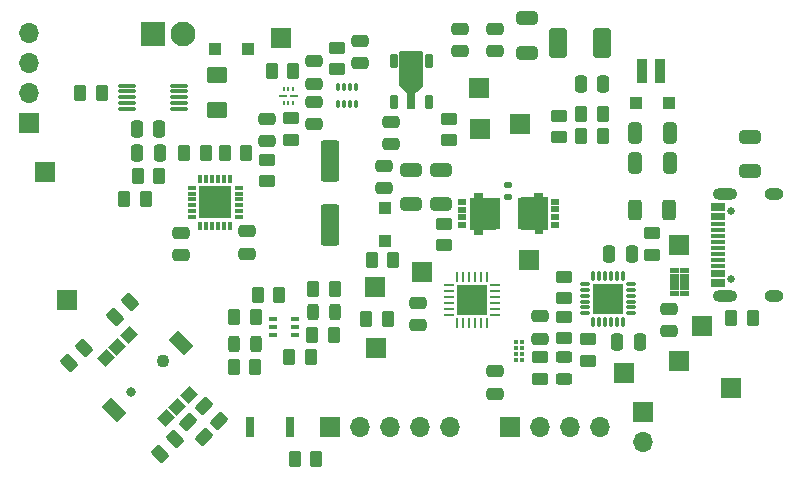
<source format=gbr>
%TF.GenerationSoftware,KiCad,Pcbnew,9.0.0*%
%TF.CreationDate,2025-05-18T23:18:51+02:00*%
%TF.ProjectId,CYPD3177_DEV_BOARD,43595044-3331-4373-975f-4445565f424f,rev?*%
%TF.SameCoordinates,Original*%
%TF.FileFunction,Soldermask,Top*%
%TF.FilePolarity,Negative*%
%FSLAX46Y46*%
G04 Gerber Fmt 4.6, Leading zero omitted, Abs format (unit mm)*
G04 Created by KiCad (PCBNEW 9.0.0) date 2025-05-18 23:18:51*
%MOMM*%
%LPD*%
G01*
G04 APERTURE LIST*
G04 Aperture macros list*
%AMRoundRect*
0 Rectangle with rounded corners*
0 $1 Rounding radius*
0 $2 $3 $4 $5 $6 $7 $8 $9 X,Y pos of 4 corners*
0 Add a 4 corners polygon primitive as box body*
4,1,4,$2,$3,$4,$5,$6,$7,$8,$9,$2,$3,0*
0 Add four circle primitives for the rounded corners*
1,1,$1+$1,$2,$3*
1,1,$1+$1,$4,$5*
1,1,$1+$1,$6,$7*
1,1,$1+$1,$8,$9*
0 Add four rect primitives between the rounded corners*
20,1,$1+$1,$2,$3,$4,$5,0*
20,1,$1+$1,$4,$5,$6,$7,0*
20,1,$1+$1,$6,$7,$8,$9,0*
20,1,$1+$1,$8,$9,$2,$3,0*%
%AMRotRect*
0 Rectangle, with rotation*
0 The origin of the aperture is its center*
0 $1 length*
0 $2 width*
0 $3 Rotation angle, in degrees counterclockwise*
0 Add horizontal line*
21,1,$1,$2,0,0,$3*%
%AMFreePoly0*
4,1,45,0.915337,4.272534,0.924317,4.268814,0.972251,4.227872,0.979514,4.213617,0.983234,4.204637,0.991000,4.165600,0.991000,1.397000,0.983234,1.357963,0.979514,1.348983,0.955942,1.314462,0.955561,1.314096,0.953959,1.312589,0.356000,0.762465,0.356000,0.508000,0.348234,0.468963,0.344514,0.459983,0.343300,0.458561,0.343300,-0.508000,0.323820,-0.567954,0.272820,-0.605008,
0.241300,-0.610000,-0.241300,-0.610000,-0.301254,-0.590520,-0.338308,-0.539520,-0.343300,-0.508000,-0.343300,0.457600,-0.344514,0.459983,-0.348234,0.468963,-0.356000,0.508000,-0.356000,0.762465,-0.953959,1.312589,-0.977428,1.344732,-0.981518,1.353549,-0.990967,1.394350,-0.990978,1.394879,-0.991000,1.397000,-0.991000,4.165600,-0.983234,4.204637,-0.979514,4.213617,-0.938572,4.261551,
-0.924317,4.268814,-0.915337,4.272534,-0.876300,4.280300,0.876300,4.280300,0.915337,4.272534,0.915337,4.272534,$1*%
G04 Aperture macros list end*
%ADD10C,0.010000*%
%ADD11C,0.025400*%
%ADD12RoundRect,0.250000X-0.450000X0.262500X-0.450000X-0.262500X0.450000X-0.262500X0.450000X0.262500X0*%
%ADD13RoundRect,0.250000X-0.262500X-0.450000X0.262500X-0.450000X0.262500X0.450000X-0.262500X0.450000X0*%
%ADD14R,1.700000X1.700000*%
%ADD15RoundRect,0.250000X0.262500X0.450000X-0.262500X0.450000X-0.262500X-0.450000X0.262500X-0.450000X0*%
%ADD16RoundRect,0.250001X-0.799999X-0.799999X0.799999X-0.799999X0.799999X0.799999X-0.799999X0.799999X0*%
%ADD17C,2.100000*%
%ADD18RoundRect,0.250000X0.450000X-0.262500X0.450000X0.262500X-0.450000X0.262500X-0.450000X-0.262500X0*%
%ADD19RoundRect,0.250000X-0.250000X-0.475000X0.250000X-0.475000X0.250000X0.475000X-0.250000X0.475000X0*%
%ADD20RoundRect,0.250000X0.475000X-0.250000X0.475000X0.250000X-0.475000X0.250000X-0.475000X-0.250000X0*%
%ADD21R,0.800000X1.700000*%
%ADD22RoundRect,0.250000X-0.475000X0.250000X-0.475000X-0.250000X0.475000X-0.250000X0.475000X0.250000X0*%
%ADD23RoundRect,0.243750X0.243750X0.456250X-0.243750X0.456250X-0.243750X-0.456250X0.243750X-0.456250X0*%
%ADD24RoundRect,0.062500X-0.350000X-0.062500X0.350000X-0.062500X0.350000X0.062500X-0.350000X0.062500X0*%
%ADD25RoundRect,0.062500X-0.062500X-0.350000X0.062500X-0.350000X0.062500X0.350000X-0.062500X0.350000X0*%
%ADD26R,2.600000X2.600000*%
%ADD27RoundRect,0.135000X0.185000X-0.135000X0.185000X0.135000X-0.185000X0.135000X-0.185000X-0.135000X0*%
%ADD28R,1.150000X0.300000*%
%ADD29C,0.650000*%
%ADD30O,2.100000X1.000000*%
%ADD31O,1.600000X1.000000*%
%ADD32RoundRect,0.250000X0.325000X0.650000X-0.325000X0.650000X-0.325000X-0.650000X0.325000X-0.650000X0*%
%ADD33RoundRect,0.250000X0.250000X0.475000X-0.250000X0.475000X-0.250000X-0.475000X0.250000X-0.475000X0*%
%ADD34RoundRect,0.102000X0.250000X0.175000X-0.250000X0.175000X-0.250000X-0.175000X0.250000X-0.175000X0*%
%ADD35RoundRect,0.243750X-0.243750X-0.456250X0.243750X-0.456250X0.243750X0.456250X-0.243750X0.456250X0*%
%ADD36RoundRect,0.250000X0.650000X-0.325000X0.650000X0.325000X-0.650000X0.325000X-0.650000X-0.325000X0*%
%ADD37R,0.200000X0.450000*%
%ADD38R,0.700000X0.250000*%
%ADD39O,1.700000X1.700000*%
%ADD40RoundRect,0.250000X0.550000X-1.500000X0.550000X1.500000X-0.550000X1.500000X-0.550000X-1.500000X0*%
%ADD41RoundRect,0.250000X0.132583X-0.503814X0.503814X-0.132583X-0.132583X0.503814X-0.503814X0.132583X0*%
%ADD42C,1.100000*%
%ADD43C,0.800000*%
%ADD44RotRect,1.000000X1.100000X315.000000*%
%ADD45RotRect,1.800000X1.150000X315.000000*%
%ADD46RoundRect,0.050000X0.100000X-0.285000X0.100000X0.285000X-0.100000X0.285000X-0.100000X-0.285000X0*%
%ADD47RoundRect,0.102000X-0.250000X-0.175000X0.250000X-0.175000X0.250000X0.175000X-0.250000X0.175000X0*%
%ADD48RoundRect,0.250000X0.300000X0.300000X-0.300000X0.300000X-0.300000X-0.300000X0.300000X-0.300000X0*%
%ADD49C,0.365000*%
%ADD50R,0.800000X0.300000*%
%ADD51R,0.300000X0.800000*%
%ADD52R,2.800000X2.800000*%
%ADD53RoundRect,0.075000X-0.650000X-0.075000X0.650000X-0.075000X0.650000X0.075000X-0.650000X0.075000X0*%
%ADD54RoundRect,0.250000X-0.132583X0.503814X-0.503814X0.132583X0.132583X-0.503814X0.503814X-0.132583X0*%
%ADD55RoundRect,0.250000X-0.300000X0.300000X-0.300000X-0.300000X0.300000X-0.300000X0.300000X0.300000X0*%
%ADD56RoundRect,0.250000X-0.300000X-0.300000X0.300000X-0.300000X0.300000X0.300000X-0.300000X0.300000X0*%
%ADD57RoundRect,0.075000X-0.350000X-0.075000X0.350000X-0.075000X0.350000X0.075000X-0.350000X0.075000X0*%
%ADD58RoundRect,0.075000X-0.075000X-0.350000X0.075000X-0.350000X0.075000X0.350000X-0.075000X0.350000X0*%
%ADD59R,2.650000X2.650000*%
%ADD60RoundRect,0.250001X0.624999X-0.462499X0.624999X0.462499X-0.624999X0.462499X-0.624999X-0.462499X0*%
%ADD61RoundRect,0.250001X0.499999X0.999999X-0.499999X0.999999X-0.499999X-0.999999X0.499999X-0.999999X0*%
%ADD62RoundRect,0.250000X0.503814X0.132583X0.132583X0.503814X-0.503814X-0.132583X-0.132583X-0.503814X0*%
%ADD63RoundRect,0.250000X0.312500X0.625000X-0.312500X0.625000X-0.312500X-0.625000X0.312500X-0.625000X0*%
%ADD64RoundRect,0.243750X0.456250X-0.243750X0.456250X0.243750X-0.456250X0.243750X-0.456250X-0.243750X0*%
%ADD65RoundRect,0.100000X0.225000X0.100000X-0.225000X0.100000X-0.225000X-0.100000X0.225000X-0.100000X0*%
%ADD66RoundRect,0.102000X-0.215900X-0.508000X0.215900X-0.508000X0.215900X0.508000X-0.215900X0.508000X0*%
%ADD67FreePoly0,0.000000*%
G04 APERTURE END LIST*
D10*
%TO.C,U5*%
X157675000Y-85980000D02*
X158075000Y-85980000D01*
X158075000Y-88630000D01*
X157675000Y-88630000D01*
X157675000Y-89005000D01*
X157050000Y-89005000D01*
X157050000Y-88630000D01*
X155900000Y-88630000D01*
X155900000Y-88580000D01*
X155600000Y-88580000D01*
X155600000Y-87980000D01*
X155900000Y-87980000D01*
X155900000Y-87930000D01*
X155600000Y-87930000D01*
X155600000Y-87330000D01*
X155900000Y-87330000D01*
X155900000Y-87280000D01*
X155600000Y-87280000D01*
X155600000Y-86680000D01*
X155900000Y-86680000D01*
X155900000Y-86630000D01*
X155600000Y-86630000D01*
X155600000Y-86055000D01*
X155900000Y-86055000D01*
X155900000Y-85980000D01*
X157025000Y-85980000D01*
X157025000Y-85605000D01*
X157675000Y-85605000D01*
X157675000Y-85980000D01*
G36*
X157675000Y-85980000D02*
G01*
X158075000Y-85980000D01*
X158075000Y-88630000D01*
X157675000Y-88630000D01*
X157675000Y-89005000D01*
X157050000Y-89005000D01*
X157050000Y-88630000D01*
X155900000Y-88630000D01*
X155900000Y-88580000D01*
X155600000Y-88580000D01*
X155600000Y-87980000D01*
X155900000Y-87980000D01*
X155900000Y-87930000D01*
X155600000Y-87930000D01*
X155600000Y-87330000D01*
X155900000Y-87330000D01*
X155900000Y-87280000D01*
X155600000Y-87280000D01*
X155600000Y-86680000D01*
X155900000Y-86680000D01*
X155900000Y-86630000D01*
X155600000Y-86630000D01*
X155600000Y-86055000D01*
X155900000Y-86055000D01*
X155900000Y-85980000D01*
X157025000Y-85980000D01*
X157025000Y-85605000D01*
X157675000Y-85605000D01*
X157675000Y-85980000D01*
G37*
%TO.C,U4*%
X166510000Y-74710000D02*
X165750000Y-74710000D01*
X165750000Y-74290000D01*
X166510000Y-74290000D01*
X166510000Y-74710000D01*
G36*
X166510000Y-74710000D02*
G01*
X165750000Y-74710000D01*
X165750000Y-74290000D01*
X166510000Y-74290000D01*
X166510000Y-74710000D01*
G37*
X166510000Y-75210000D02*
X165750000Y-75210000D01*
X165750000Y-74790000D01*
X166510000Y-74790000D01*
X166510000Y-75210000D01*
G36*
X166510000Y-75210000D02*
G01*
X165750000Y-75210000D01*
X165750000Y-74790000D01*
X166510000Y-74790000D01*
X166510000Y-75210000D01*
G37*
X166510000Y-75710000D02*
X165750000Y-75710000D01*
X165750000Y-75290000D01*
X166510000Y-75290000D01*
X166510000Y-75710000D01*
G36*
X166510000Y-75710000D02*
G01*
X165750000Y-75710000D01*
X165750000Y-75290000D01*
X166510000Y-75290000D01*
X166510000Y-75710000D01*
G37*
X166510000Y-76210000D02*
X165750000Y-76210000D01*
X165750000Y-75790000D01*
X166510000Y-75790000D01*
X166510000Y-76210000D01*
G36*
X166510000Y-76210000D02*
G01*
X165750000Y-76210000D01*
X165750000Y-75790000D01*
X166510000Y-75790000D01*
X166510000Y-76210000D01*
G37*
X167980000Y-74710000D02*
X167220000Y-74710000D01*
X167220000Y-74290000D01*
X167980000Y-74290000D01*
X167980000Y-74710000D01*
G36*
X167980000Y-74710000D02*
G01*
X167220000Y-74710000D01*
X167220000Y-74290000D01*
X167980000Y-74290000D01*
X167980000Y-74710000D01*
G37*
X167980000Y-75210000D02*
X167220000Y-75210000D01*
X167220000Y-74790000D01*
X167980000Y-74790000D01*
X167980000Y-75210000D01*
G36*
X167980000Y-75210000D02*
G01*
X167220000Y-75210000D01*
X167220000Y-74790000D01*
X167980000Y-74790000D01*
X167980000Y-75210000D01*
G37*
X167980000Y-75710000D02*
X167220000Y-75710000D01*
X167220000Y-75290000D01*
X167980000Y-75290000D01*
X167980000Y-75710000D01*
G36*
X167980000Y-75710000D02*
G01*
X167220000Y-75710000D01*
X167220000Y-75290000D01*
X167980000Y-75290000D01*
X167980000Y-75710000D01*
G37*
X167980000Y-76210000D02*
X167220000Y-76210000D01*
X167220000Y-75790000D01*
X167980000Y-75790000D01*
X167980000Y-76210000D01*
G36*
X167980000Y-76210000D02*
G01*
X167220000Y-76210000D01*
X167220000Y-75790000D01*
X167980000Y-75790000D01*
X167980000Y-76210000D01*
G37*
%TO.C,U7*%
X152570000Y-86010000D02*
X153720000Y-86010000D01*
X153720000Y-86060000D01*
X154020000Y-86060000D01*
X154020000Y-86660000D01*
X153720000Y-86660000D01*
X153720000Y-86710000D01*
X154020000Y-86710000D01*
X154020000Y-87310000D01*
X153720000Y-87310000D01*
X153720000Y-87360000D01*
X154020000Y-87360000D01*
X154020000Y-87960000D01*
X153720000Y-87960000D01*
X153720000Y-88010000D01*
X154020000Y-88010000D01*
X154020000Y-88585000D01*
X153720000Y-88585000D01*
X153720000Y-88660000D01*
X152595000Y-88660000D01*
X152595000Y-89035000D01*
X151945000Y-89035000D01*
X151945000Y-88660000D01*
X151545000Y-88660000D01*
X151545000Y-86010000D01*
X151945000Y-86010000D01*
X151945000Y-85635000D01*
X152570000Y-85635000D01*
X152570000Y-86010000D01*
G36*
X152570000Y-86010000D02*
G01*
X153720000Y-86010000D01*
X153720000Y-86060000D01*
X154020000Y-86060000D01*
X154020000Y-86660000D01*
X153720000Y-86660000D01*
X153720000Y-86710000D01*
X154020000Y-86710000D01*
X154020000Y-87310000D01*
X153720000Y-87310000D01*
X153720000Y-87360000D01*
X154020000Y-87360000D01*
X154020000Y-87960000D01*
X153720000Y-87960000D01*
X153720000Y-88010000D01*
X154020000Y-88010000D01*
X154020000Y-88585000D01*
X153720000Y-88585000D01*
X153720000Y-88660000D01*
X152595000Y-88660000D01*
X152595000Y-89035000D01*
X151945000Y-89035000D01*
X151945000Y-88660000D01*
X151545000Y-88660000D01*
X151545000Y-86010000D01*
X151945000Y-86010000D01*
X151945000Y-85635000D01*
X152570000Y-85635000D01*
X152570000Y-86010000D01*
G37*
D11*
%TO.C,U3*%
X147476300Y-76508200D02*
X146841300Y-77092400D01*
X146841300Y-77397200D01*
X146358700Y-77397200D01*
X146358700Y-77092400D01*
X145723700Y-76508200D01*
X145723700Y-73739600D01*
X146358700Y-73739600D01*
X146841300Y-73739600D01*
X147476300Y-73739600D01*
X147476300Y-76508200D01*
G36*
X147476300Y-76508200D02*
G01*
X146841300Y-77092400D01*
X146841300Y-77397200D01*
X146358700Y-77397200D01*
X146358700Y-77092400D01*
X145723700Y-76508200D01*
X145723700Y-73739600D01*
X146358700Y-73739600D01*
X146841300Y-73739600D01*
X147476300Y-73739600D01*
X147476300Y-76508200D01*
G37*
D10*
%TO.C,D3*%
X169175500Y-93931000D02*
X169177500Y-93931000D01*
X169180500Y-93932000D01*
X169182500Y-93932000D01*
X169185500Y-93933000D01*
X169187500Y-93934000D01*
X169190500Y-93935000D01*
X169192500Y-93937000D01*
X169194500Y-93938000D01*
X169196500Y-93940000D01*
X169198500Y-93941000D01*
X169200500Y-93943000D01*
X169202500Y-93945000D01*
X169204500Y-93947000D01*
X169206500Y-93949000D01*
X169207500Y-93951000D01*
X169209500Y-93953000D01*
X169210500Y-93955000D01*
X169212500Y-93957000D01*
X169213500Y-93960000D01*
X169214500Y-93962000D01*
X169215500Y-93965000D01*
X169215500Y-93967000D01*
X169216500Y-93970000D01*
X169216500Y-93972000D01*
X169217500Y-93975000D01*
X169217500Y-93977000D01*
X169217500Y-93980000D01*
X169217500Y-94220000D01*
X169217500Y-94223000D01*
X169217500Y-94225000D01*
X169216500Y-94228000D01*
X169216500Y-94230000D01*
X169215500Y-94233000D01*
X169215500Y-94235000D01*
X169214500Y-94238000D01*
X169213500Y-94240000D01*
X169212500Y-94243000D01*
X169210500Y-94245000D01*
X169209500Y-94247000D01*
X169207500Y-94249000D01*
X169206500Y-94251000D01*
X169204500Y-94253000D01*
X169202500Y-94255000D01*
X169200500Y-94257000D01*
X169198500Y-94259000D01*
X169196500Y-94260000D01*
X169194500Y-94262000D01*
X169192500Y-94263000D01*
X169190500Y-94265000D01*
X169187500Y-94266000D01*
X169185500Y-94267000D01*
X169182500Y-94268000D01*
X169180500Y-94268000D01*
X169177500Y-94269000D01*
X169175500Y-94269000D01*
X169172500Y-94270000D01*
X169170500Y-94270000D01*
X169167500Y-94270000D01*
X168562500Y-94270000D01*
X168559500Y-94270000D01*
X168557500Y-94270000D01*
X168554500Y-94269000D01*
X168552500Y-94269000D01*
X168549500Y-94268000D01*
X168547500Y-94268000D01*
X168544500Y-94267000D01*
X168542500Y-94266000D01*
X168539500Y-94265000D01*
X168537500Y-94263000D01*
X168535500Y-94262000D01*
X168533500Y-94260000D01*
X168531500Y-94259000D01*
X168529500Y-94257000D01*
X168527500Y-94255000D01*
X168525500Y-94253000D01*
X168523500Y-94251000D01*
X168522500Y-94249000D01*
X168520500Y-94247000D01*
X168519500Y-94245000D01*
X168517500Y-94243000D01*
X168516500Y-94240000D01*
X168515500Y-94238000D01*
X168514500Y-94235000D01*
X168514500Y-94233000D01*
X168513500Y-94230000D01*
X168513500Y-94228000D01*
X168512500Y-94225000D01*
X168512500Y-94223000D01*
X168512500Y-94220000D01*
X168512500Y-93980000D01*
X168512500Y-93977000D01*
X168512500Y-93975000D01*
X168513500Y-93972000D01*
X168513500Y-93970000D01*
X168514500Y-93967000D01*
X168514500Y-93965000D01*
X168515500Y-93962000D01*
X168516500Y-93960000D01*
X168517500Y-93957000D01*
X168519500Y-93955000D01*
X168520500Y-93953000D01*
X168522500Y-93951000D01*
X168523500Y-93949000D01*
X168525500Y-93947000D01*
X168527500Y-93945000D01*
X168529500Y-93943000D01*
X168531500Y-93941000D01*
X168533500Y-93940000D01*
X168535500Y-93938000D01*
X168537500Y-93937000D01*
X168539500Y-93935000D01*
X168542500Y-93934000D01*
X168544500Y-93933000D01*
X168547500Y-93932000D01*
X168549500Y-93932000D01*
X168552500Y-93931000D01*
X168554500Y-93931000D01*
X168557500Y-93930000D01*
X168559500Y-93930000D01*
X168562500Y-93930000D01*
X169167500Y-93930000D01*
X169170500Y-93930000D01*
X169172500Y-93930000D01*
X169175500Y-93931000D01*
G36*
X169175500Y-93931000D02*
G01*
X169177500Y-93931000D01*
X169180500Y-93932000D01*
X169182500Y-93932000D01*
X169185500Y-93933000D01*
X169187500Y-93934000D01*
X169190500Y-93935000D01*
X169192500Y-93937000D01*
X169194500Y-93938000D01*
X169196500Y-93940000D01*
X169198500Y-93941000D01*
X169200500Y-93943000D01*
X169202500Y-93945000D01*
X169204500Y-93947000D01*
X169206500Y-93949000D01*
X169207500Y-93951000D01*
X169209500Y-93953000D01*
X169210500Y-93955000D01*
X169212500Y-93957000D01*
X169213500Y-93960000D01*
X169214500Y-93962000D01*
X169215500Y-93965000D01*
X169215500Y-93967000D01*
X169216500Y-93970000D01*
X169216500Y-93972000D01*
X169217500Y-93975000D01*
X169217500Y-93977000D01*
X169217500Y-93980000D01*
X169217500Y-94220000D01*
X169217500Y-94223000D01*
X169217500Y-94225000D01*
X169216500Y-94228000D01*
X169216500Y-94230000D01*
X169215500Y-94233000D01*
X169215500Y-94235000D01*
X169214500Y-94238000D01*
X169213500Y-94240000D01*
X169212500Y-94243000D01*
X169210500Y-94245000D01*
X169209500Y-94247000D01*
X169207500Y-94249000D01*
X169206500Y-94251000D01*
X169204500Y-94253000D01*
X169202500Y-94255000D01*
X169200500Y-94257000D01*
X169198500Y-94259000D01*
X169196500Y-94260000D01*
X169194500Y-94262000D01*
X169192500Y-94263000D01*
X169190500Y-94265000D01*
X169187500Y-94266000D01*
X169185500Y-94267000D01*
X169182500Y-94268000D01*
X169180500Y-94268000D01*
X169177500Y-94269000D01*
X169175500Y-94269000D01*
X169172500Y-94270000D01*
X169170500Y-94270000D01*
X169167500Y-94270000D01*
X168562500Y-94270000D01*
X168559500Y-94270000D01*
X168557500Y-94270000D01*
X168554500Y-94269000D01*
X168552500Y-94269000D01*
X168549500Y-94268000D01*
X168547500Y-94268000D01*
X168544500Y-94267000D01*
X168542500Y-94266000D01*
X168539500Y-94265000D01*
X168537500Y-94263000D01*
X168535500Y-94262000D01*
X168533500Y-94260000D01*
X168531500Y-94259000D01*
X168529500Y-94257000D01*
X168527500Y-94255000D01*
X168525500Y-94253000D01*
X168523500Y-94251000D01*
X168522500Y-94249000D01*
X168520500Y-94247000D01*
X168519500Y-94245000D01*
X168517500Y-94243000D01*
X168516500Y-94240000D01*
X168515500Y-94238000D01*
X168514500Y-94235000D01*
X168514500Y-94233000D01*
X168513500Y-94230000D01*
X168513500Y-94228000D01*
X168512500Y-94225000D01*
X168512500Y-94223000D01*
X168512500Y-94220000D01*
X168512500Y-93980000D01*
X168512500Y-93977000D01*
X168512500Y-93975000D01*
X168513500Y-93972000D01*
X168513500Y-93970000D01*
X168514500Y-93967000D01*
X168514500Y-93965000D01*
X168515500Y-93962000D01*
X168516500Y-93960000D01*
X168517500Y-93957000D01*
X168519500Y-93955000D01*
X168520500Y-93953000D01*
X168522500Y-93951000D01*
X168523500Y-93949000D01*
X168525500Y-93947000D01*
X168527500Y-93945000D01*
X168529500Y-93943000D01*
X168531500Y-93941000D01*
X168533500Y-93940000D01*
X168535500Y-93938000D01*
X168537500Y-93937000D01*
X168539500Y-93935000D01*
X168542500Y-93934000D01*
X168544500Y-93933000D01*
X168547500Y-93932000D01*
X168549500Y-93932000D01*
X168552500Y-93931000D01*
X168554500Y-93931000D01*
X168557500Y-93930000D01*
X168559500Y-93930000D01*
X168562500Y-93930000D01*
X169167500Y-93930000D01*
X169170500Y-93930000D01*
X169172500Y-93930000D01*
X169175500Y-93931000D01*
G37*
X169175500Y-91931000D02*
X169177500Y-91931000D01*
X169180500Y-91932000D01*
X169182500Y-91932000D01*
X169185500Y-91933000D01*
X169187500Y-91934000D01*
X169190500Y-91935000D01*
X169192500Y-91937000D01*
X169194500Y-91938000D01*
X169196500Y-91940000D01*
X169198500Y-91941000D01*
X169200500Y-91943000D01*
X169202500Y-91945000D01*
X169204500Y-91947000D01*
X169206500Y-91949000D01*
X169207500Y-91951000D01*
X169209500Y-91953000D01*
X169210500Y-91955000D01*
X169212500Y-91957000D01*
X169213500Y-91960000D01*
X169214500Y-91962000D01*
X169215500Y-91965000D01*
X169215500Y-91967000D01*
X169216500Y-91970000D01*
X169216500Y-91972000D01*
X169217500Y-91975000D01*
X169217500Y-91977000D01*
X169217500Y-91980000D01*
X169217500Y-92220000D01*
X169217500Y-92223000D01*
X169217500Y-92225000D01*
X169216500Y-92228000D01*
X169216500Y-92230000D01*
X169215500Y-92233000D01*
X169215500Y-92235000D01*
X169214500Y-92238000D01*
X169213500Y-92240000D01*
X169212500Y-92243000D01*
X169210500Y-92245000D01*
X169209500Y-92247000D01*
X169207500Y-92249000D01*
X169206500Y-92251000D01*
X169204500Y-92253000D01*
X169202500Y-92255000D01*
X169200500Y-92257000D01*
X169198500Y-92259000D01*
X169196500Y-92260000D01*
X169194500Y-92262000D01*
X169192500Y-92263000D01*
X169190500Y-92265000D01*
X169187500Y-92266000D01*
X169185500Y-92267000D01*
X169182500Y-92268000D01*
X169180500Y-92268000D01*
X169177500Y-92269000D01*
X169175500Y-92269000D01*
X169172500Y-92270000D01*
X169170500Y-92270000D01*
X169167500Y-92270000D01*
X168562500Y-92270000D01*
X168559500Y-92270000D01*
X168557500Y-92270000D01*
X168554500Y-92269000D01*
X168552500Y-92269000D01*
X168549500Y-92268000D01*
X168547500Y-92268000D01*
X168544500Y-92267000D01*
X168542500Y-92266000D01*
X168539500Y-92265000D01*
X168537500Y-92263000D01*
X168535500Y-92262000D01*
X168533500Y-92260000D01*
X168531500Y-92259000D01*
X168529500Y-92257000D01*
X168527500Y-92255000D01*
X168525500Y-92253000D01*
X168523500Y-92251000D01*
X168522500Y-92249000D01*
X168520500Y-92247000D01*
X168519500Y-92245000D01*
X168517500Y-92243000D01*
X168516500Y-92240000D01*
X168515500Y-92238000D01*
X168514500Y-92235000D01*
X168514500Y-92233000D01*
X168513500Y-92230000D01*
X168513500Y-92228000D01*
X168512500Y-92225000D01*
X168512500Y-92223000D01*
X168512500Y-92220000D01*
X168512500Y-91980000D01*
X168512500Y-91977000D01*
X168512500Y-91975000D01*
X168513500Y-91972000D01*
X168513500Y-91970000D01*
X168514500Y-91967000D01*
X168514500Y-91965000D01*
X168515500Y-91962000D01*
X168516500Y-91960000D01*
X168517500Y-91957000D01*
X168519500Y-91955000D01*
X168520500Y-91953000D01*
X168522500Y-91951000D01*
X168523500Y-91949000D01*
X168525500Y-91947000D01*
X168527500Y-91945000D01*
X168529500Y-91943000D01*
X168531500Y-91941000D01*
X168533500Y-91940000D01*
X168535500Y-91938000D01*
X168537500Y-91937000D01*
X168539500Y-91935000D01*
X168542500Y-91934000D01*
X168544500Y-91933000D01*
X168547500Y-91932000D01*
X168549500Y-91932000D01*
X168552500Y-91931000D01*
X168554500Y-91931000D01*
X168557500Y-91930000D01*
X168559500Y-91930000D01*
X168562500Y-91930000D01*
X169167500Y-91930000D01*
X169170500Y-91930000D01*
X169172500Y-91930000D01*
X169175500Y-91931000D01*
G36*
X169175500Y-91931000D02*
G01*
X169177500Y-91931000D01*
X169180500Y-91932000D01*
X169182500Y-91932000D01*
X169185500Y-91933000D01*
X169187500Y-91934000D01*
X169190500Y-91935000D01*
X169192500Y-91937000D01*
X169194500Y-91938000D01*
X169196500Y-91940000D01*
X169198500Y-91941000D01*
X169200500Y-91943000D01*
X169202500Y-91945000D01*
X169204500Y-91947000D01*
X169206500Y-91949000D01*
X169207500Y-91951000D01*
X169209500Y-91953000D01*
X169210500Y-91955000D01*
X169212500Y-91957000D01*
X169213500Y-91960000D01*
X169214500Y-91962000D01*
X169215500Y-91965000D01*
X169215500Y-91967000D01*
X169216500Y-91970000D01*
X169216500Y-91972000D01*
X169217500Y-91975000D01*
X169217500Y-91977000D01*
X169217500Y-91980000D01*
X169217500Y-92220000D01*
X169217500Y-92223000D01*
X169217500Y-92225000D01*
X169216500Y-92228000D01*
X169216500Y-92230000D01*
X169215500Y-92233000D01*
X169215500Y-92235000D01*
X169214500Y-92238000D01*
X169213500Y-92240000D01*
X169212500Y-92243000D01*
X169210500Y-92245000D01*
X169209500Y-92247000D01*
X169207500Y-92249000D01*
X169206500Y-92251000D01*
X169204500Y-92253000D01*
X169202500Y-92255000D01*
X169200500Y-92257000D01*
X169198500Y-92259000D01*
X169196500Y-92260000D01*
X169194500Y-92262000D01*
X169192500Y-92263000D01*
X169190500Y-92265000D01*
X169187500Y-92266000D01*
X169185500Y-92267000D01*
X169182500Y-92268000D01*
X169180500Y-92268000D01*
X169177500Y-92269000D01*
X169175500Y-92269000D01*
X169172500Y-92270000D01*
X169170500Y-92270000D01*
X169167500Y-92270000D01*
X168562500Y-92270000D01*
X168559500Y-92270000D01*
X168557500Y-92270000D01*
X168554500Y-92269000D01*
X168552500Y-92269000D01*
X168549500Y-92268000D01*
X168547500Y-92268000D01*
X168544500Y-92267000D01*
X168542500Y-92266000D01*
X168539500Y-92265000D01*
X168537500Y-92263000D01*
X168535500Y-92262000D01*
X168533500Y-92260000D01*
X168531500Y-92259000D01*
X168529500Y-92257000D01*
X168527500Y-92255000D01*
X168525500Y-92253000D01*
X168523500Y-92251000D01*
X168522500Y-92249000D01*
X168520500Y-92247000D01*
X168519500Y-92245000D01*
X168517500Y-92243000D01*
X168516500Y-92240000D01*
X168515500Y-92238000D01*
X168514500Y-92235000D01*
X168514500Y-92233000D01*
X168513500Y-92230000D01*
X168513500Y-92228000D01*
X168512500Y-92225000D01*
X168512500Y-92223000D01*
X168512500Y-92220000D01*
X168512500Y-91980000D01*
X168512500Y-91977000D01*
X168512500Y-91975000D01*
X168513500Y-91972000D01*
X168513500Y-91970000D01*
X168514500Y-91967000D01*
X168514500Y-91965000D01*
X168515500Y-91962000D01*
X168516500Y-91960000D01*
X168517500Y-91957000D01*
X168519500Y-91955000D01*
X168520500Y-91953000D01*
X168522500Y-91951000D01*
X168523500Y-91949000D01*
X168525500Y-91947000D01*
X168527500Y-91945000D01*
X168529500Y-91943000D01*
X168531500Y-91941000D01*
X168533500Y-91940000D01*
X168535500Y-91938000D01*
X168537500Y-91937000D01*
X168539500Y-91935000D01*
X168542500Y-91934000D01*
X168544500Y-91933000D01*
X168547500Y-91932000D01*
X168549500Y-91932000D01*
X168552500Y-91931000D01*
X168554500Y-91931000D01*
X168557500Y-91930000D01*
X168559500Y-91930000D01*
X168562500Y-91930000D01*
X169167500Y-91930000D01*
X169170500Y-91930000D01*
X169172500Y-91930000D01*
X169175500Y-91931000D01*
G37*
X169175500Y-92831000D02*
X169177500Y-92831000D01*
X169180500Y-92832000D01*
X169182500Y-92832000D01*
X169185500Y-92833000D01*
X169187500Y-92834000D01*
X169190500Y-92835000D01*
X169192500Y-92837000D01*
X169194500Y-92838000D01*
X169196500Y-92840000D01*
X169198500Y-92841000D01*
X169200500Y-92843000D01*
X169202500Y-92845000D01*
X169204500Y-92847000D01*
X169206500Y-92849000D01*
X169207500Y-92851000D01*
X169209500Y-92853000D01*
X169210500Y-92855000D01*
X169212500Y-92857000D01*
X169213500Y-92860000D01*
X169214500Y-92862000D01*
X169215500Y-92865000D01*
X169215500Y-92867000D01*
X169216500Y-92870000D01*
X169216500Y-92872000D01*
X169217500Y-92875000D01*
X169217500Y-92877000D01*
X169217500Y-92880000D01*
X169217500Y-93320000D01*
X169217500Y-93323000D01*
X169217500Y-93325000D01*
X169216500Y-93328000D01*
X169216500Y-93330000D01*
X169215500Y-93333000D01*
X169215500Y-93335000D01*
X169214500Y-93338000D01*
X169213500Y-93340000D01*
X169212500Y-93343000D01*
X169210500Y-93345000D01*
X169209500Y-93347000D01*
X169207500Y-93349000D01*
X169206500Y-93351000D01*
X169204500Y-93353000D01*
X169202500Y-93355000D01*
X169200500Y-93357000D01*
X169198500Y-93359000D01*
X169196500Y-93360000D01*
X169194500Y-93362000D01*
X169192500Y-93363000D01*
X169190500Y-93365000D01*
X169187500Y-93366000D01*
X169185500Y-93367000D01*
X169182500Y-93368000D01*
X169180500Y-93368000D01*
X169177500Y-93369000D01*
X169175500Y-93369000D01*
X169172500Y-93370000D01*
X169170500Y-93370000D01*
X169167500Y-93370000D01*
X168562500Y-93370000D01*
X168559500Y-93370000D01*
X168557500Y-93370000D01*
X168554500Y-93369000D01*
X168552500Y-93369000D01*
X168549500Y-93368000D01*
X168547500Y-93368000D01*
X168544500Y-93367000D01*
X168542500Y-93366000D01*
X168539500Y-93365000D01*
X168537500Y-93363000D01*
X168535500Y-93362000D01*
X168533500Y-93360000D01*
X168531500Y-93359000D01*
X168529500Y-93357000D01*
X168527500Y-93355000D01*
X168525500Y-93353000D01*
X168523500Y-93351000D01*
X168522500Y-93349000D01*
X168520500Y-93347000D01*
X168519500Y-93345000D01*
X168517500Y-93343000D01*
X168516500Y-93340000D01*
X168515500Y-93338000D01*
X168514500Y-93335000D01*
X168514500Y-93333000D01*
X168513500Y-93330000D01*
X168513500Y-93328000D01*
X168512500Y-93325000D01*
X168512500Y-93323000D01*
X168512500Y-93320000D01*
X168512500Y-92880000D01*
X168512500Y-92877000D01*
X168512500Y-92875000D01*
X168513500Y-92872000D01*
X168513500Y-92870000D01*
X168514500Y-92867000D01*
X168514500Y-92865000D01*
X168515500Y-92862000D01*
X168516500Y-92860000D01*
X168517500Y-92857000D01*
X168519500Y-92855000D01*
X168520500Y-92853000D01*
X168522500Y-92851000D01*
X168523500Y-92849000D01*
X168525500Y-92847000D01*
X168527500Y-92845000D01*
X168529500Y-92843000D01*
X168531500Y-92841000D01*
X168533500Y-92840000D01*
X168535500Y-92838000D01*
X168537500Y-92837000D01*
X168539500Y-92835000D01*
X168542500Y-92834000D01*
X168544500Y-92833000D01*
X168547500Y-92832000D01*
X168549500Y-92832000D01*
X168552500Y-92831000D01*
X168554500Y-92831000D01*
X168557500Y-92830000D01*
X168559500Y-92830000D01*
X168562500Y-92830000D01*
X169167500Y-92830000D01*
X169170500Y-92830000D01*
X169172500Y-92830000D01*
X169175500Y-92831000D01*
G36*
X169175500Y-92831000D02*
G01*
X169177500Y-92831000D01*
X169180500Y-92832000D01*
X169182500Y-92832000D01*
X169185500Y-92833000D01*
X169187500Y-92834000D01*
X169190500Y-92835000D01*
X169192500Y-92837000D01*
X169194500Y-92838000D01*
X169196500Y-92840000D01*
X169198500Y-92841000D01*
X169200500Y-92843000D01*
X169202500Y-92845000D01*
X169204500Y-92847000D01*
X169206500Y-92849000D01*
X169207500Y-92851000D01*
X169209500Y-92853000D01*
X169210500Y-92855000D01*
X169212500Y-92857000D01*
X169213500Y-92860000D01*
X169214500Y-92862000D01*
X169215500Y-92865000D01*
X169215500Y-92867000D01*
X169216500Y-92870000D01*
X169216500Y-92872000D01*
X169217500Y-92875000D01*
X169217500Y-92877000D01*
X169217500Y-92880000D01*
X169217500Y-93320000D01*
X169217500Y-93323000D01*
X169217500Y-93325000D01*
X169216500Y-93328000D01*
X169216500Y-93330000D01*
X169215500Y-93333000D01*
X169215500Y-93335000D01*
X169214500Y-93338000D01*
X169213500Y-93340000D01*
X169212500Y-93343000D01*
X169210500Y-93345000D01*
X169209500Y-93347000D01*
X169207500Y-93349000D01*
X169206500Y-93351000D01*
X169204500Y-93353000D01*
X169202500Y-93355000D01*
X169200500Y-93357000D01*
X169198500Y-93359000D01*
X169196500Y-93360000D01*
X169194500Y-93362000D01*
X169192500Y-93363000D01*
X169190500Y-93365000D01*
X169187500Y-93366000D01*
X169185500Y-93367000D01*
X169182500Y-93368000D01*
X169180500Y-93368000D01*
X169177500Y-93369000D01*
X169175500Y-93369000D01*
X169172500Y-93370000D01*
X169170500Y-93370000D01*
X169167500Y-93370000D01*
X168562500Y-93370000D01*
X168559500Y-93370000D01*
X168557500Y-93370000D01*
X168554500Y-93369000D01*
X168552500Y-93369000D01*
X168549500Y-93368000D01*
X168547500Y-93368000D01*
X168544500Y-93367000D01*
X168542500Y-93366000D01*
X168539500Y-93365000D01*
X168537500Y-93363000D01*
X168535500Y-93362000D01*
X168533500Y-93360000D01*
X168531500Y-93359000D01*
X168529500Y-93357000D01*
X168527500Y-93355000D01*
X168525500Y-93353000D01*
X168523500Y-93351000D01*
X168522500Y-93349000D01*
X168520500Y-93347000D01*
X168519500Y-93345000D01*
X168517500Y-93343000D01*
X168516500Y-93340000D01*
X168515500Y-93338000D01*
X168514500Y-93335000D01*
X168514500Y-93333000D01*
X168513500Y-93330000D01*
X168513500Y-93328000D01*
X168512500Y-93325000D01*
X168512500Y-93323000D01*
X168512500Y-93320000D01*
X168512500Y-92880000D01*
X168512500Y-92877000D01*
X168512500Y-92875000D01*
X168513500Y-92872000D01*
X168513500Y-92870000D01*
X168514500Y-92867000D01*
X168514500Y-92865000D01*
X168515500Y-92862000D01*
X168516500Y-92860000D01*
X168517500Y-92857000D01*
X168519500Y-92855000D01*
X168520500Y-92853000D01*
X168522500Y-92851000D01*
X168523500Y-92849000D01*
X168525500Y-92847000D01*
X168527500Y-92845000D01*
X168529500Y-92843000D01*
X168531500Y-92841000D01*
X168533500Y-92840000D01*
X168535500Y-92838000D01*
X168537500Y-92837000D01*
X168539500Y-92835000D01*
X168542500Y-92834000D01*
X168544500Y-92833000D01*
X168547500Y-92832000D01*
X168549500Y-92832000D01*
X168552500Y-92831000D01*
X168554500Y-92831000D01*
X168557500Y-92830000D01*
X168559500Y-92830000D01*
X168562500Y-92830000D01*
X169167500Y-92830000D01*
X169170500Y-92830000D01*
X169172500Y-92830000D01*
X169175500Y-92831000D01*
G37*
X169175500Y-92431000D02*
X169177500Y-92431000D01*
X169180500Y-92432000D01*
X169182500Y-92432000D01*
X169185500Y-92433000D01*
X169187500Y-92434000D01*
X169190500Y-92435000D01*
X169192500Y-92437000D01*
X169194500Y-92438000D01*
X169196500Y-92440000D01*
X169198500Y-92441000D01*
X169200500Y-92443000D01*
X169202500Y-92445000D01*
X169204500Y-92447000D01*
X169206500Y-92449000D01*
X169207500Y-92451000D01*
X169209500Y-92453000D01*
X169210500Y-92455000D01*
X169212500Y-92457000D01*
X169213500Y-92460000D01*
X169214500Y-92462000D01*
X169215500Y-92465000D01*
X169215500Y-92467000D01*
X169216500Y-92470000D01*
X169216500Y-92472000D01*
X169217500Y-92475000D01*
X169217500Y-92477000D01*
X169217500Y-92480000D01*
X169217500Y-92720000D01*
X169217500Y-92723000D01*
X169217500Y-92725000D01*
X169216500Y-92728000D01*
X169216500Y-92730000D01*
X169215500Y-92733000D01*
X169215500Y-92735000D01*
X169214500Y-92738000D01*
X169213500Y-92740000D01*
X169212500Y-92743000D01*
X169210500Y-92745000D01*
X169209500Y-92747000D01*
X169207500Y-92749000D01*
X169206500Y-92751000D01*
X169204500Y-92753000D01*
X169202500Y-92755000D01*
X169200500Y-92757000D01*
X169198500Y-92759000D01*
X169196500Y-92760000D01*
X169194500Y-92762000D01*
X169192500Y-92763000D01*
X169190500Y-92765000D01*
X169187500Y-92766000D01*
X169185500Y-92767000D01*
X169182500Y-92768000D01*
X169180500Y-92768000D01*
X169177500Y-92769000D01*
X169175500Y-92769000D01*
X169172500Y-92770000D01*
X169170500Y-92770000D01*
X169167500Y-92770000D01*
X168562500Y-92770000D01*
X168559500Y-92770000D01*
X168557500Y-92770000D01*
X168554500Y-92769000D01*
X168552500Y-92769000D01*
X168549500Y-92768000D01*
X168547500Y-92768000D01*
X168544500Y-92767000D01*
X168542500Y-92766000D01*
X168539500Y-92765000D01*
X168537500Y-92763000D01*
X168535500Y-92762000D01*
X168533500Y-92760000D01*
X168531500Y-92759000D01*
X168529500Y-92757000D01*
X168527500Y-92755000D01*
X168525500Y-92753000D01*
X168523500Y-92751000D01*
X168522500Y-92749000D01*
X168520500Y-92747000D01*
X168519500Y-92745000D01*
X168517500Y-92743000D01*
X168516500Y-92740000D01*
X168515500Y-92738000D01*
X168514500Y-92735000D01*
X168514500Y-92733000D01*
X168513500Y-92730000D01*
X168513500Y-92728000D01*
X168512500Y-92725000D01*
X168512500Y-92723000D01*
X168512500Y-92720000D01*
X168512500Y-92480000D01*
X168512500Y-92477000D01*
X168512500Y-92475000D01*
X168513500Y-92472000D01*
X168513500Y-92470000D01*
X168514500Y-92467000D01*
X168514500Y-92465000D01*
X168515500Y-92462000D01*
X168516500Y-92460000D01*
X168517500Y-92457000D01*
X168519500Y-92455000D01*
X168520500Y-92453000D01*
X168522500Y-92451000D01*
X168523500Y-92449000D01*
X168525500Y-92447000D01*
X168527500Y-92445000D01*
X168529500Y-92443000D01*
X168531500Y-92441000D01*
X168533500Y-92440000D01*
X168535500Y-92438000D01*
X168537500Y-92437000D01*
X168539500Y-92435000D01*
X168542500Y-92434000D01*
X168544500Y-92433000D01*
X168547500Y-92432000D01*
X168549500Y-92432000D01*
X168552500Y-92431000D01*
X168554500Y-92431000D01*
X168557500Y-92430000D01*
X168559500Y-92430000D01*
X168562500Y-92430000D01*
X169167500Y-92430000D01*
X169170500Y-92430000D01*
X169172500Y-92430000D01*
X169175500Y-92431000D01*
G36*
X169175500Y-92431000D02*
G01*
X169177500Y-92431000D01*
X169180500Y-92432000D01*
X169182500Y-92432000D01*
X169185500Y-92433000D01*
X169187500Y-92434000D01*
X169190500Y-92435000D01*
X169192500Y-92437000D01*
X169194500Y-92438000D01*
X169196500Y-92440000D01*
X169198500Y-92441000D01*
X169200500Y-92443000D01*
X169202500Y-92445000D01*
X169204500Y-92447000D01*
X169206500Y-92449000D01*
X169207500Y-92451000D01*
X169209500Y-92453000D01*
X169210500Y-92455000D01*
X169212500Y-92457000D01*
X169213500Y-92460000D01*
X169214500Y-92462000D01*
X169215500Y-92465000D01*
X169215500Y-92467000D01*
X169216500Y-92470000D01*
X169216500Y-92472000D01*
X169217500Y-92475000D01*
X169217500Y-92477000D01*
X169217500Y-92480000D01*
X169217500Y-92720000D01*
X169217500Y-92723000D01*
X169217500Y-92725000D01*
X169216500Y-92728000D01*
X169216500Y-92730000D01*
X169215500Y-92733000D01*
X169215500Y-92735000D01*
X169214500Y-92738000D01*
X169213500Y-92740000D01*
X169212500Y-92743000D01*
X169210500Y-92745000D01*
X169209500Y-92747000D01*
X169207500Y-92749000D01*
X169206500Y-92751000D01*
X169204500Y-92753000D01*
X169202500Y-92755000D01*
X169200500Y-92757000D01*
X169198500Y-92759000D01*
X169196500Y-92760000D01*
X169194500Y-92762000D01*
X169192500Y-92763000D01*
X169190500Y-92765000D01*
X169187500Y-92766000D01*
X169185500Y-92767000D01*
X169182500Y-92768000D01*
X169180500Y-92768000D01*
X169177500Y-92769000D01*
X169175500Y-92769000D01*
X169172500Y-92770000D01*
X169170500Y-92770000D01*
X169167500Y-92770000D01*
X168562500Y-92770000D01*
X168559500Y-92770000D01*
X168557500Y-92770000D01*
X168554500Y-92769000D01*
X168552500Y-92769000D01*
X168549500Y-92768000D01*
X168547500Y-92768000D01*
X168544500Y-92767000D01*
X168542500Y-92766000D01*
X168539500Y-92765000D01*
X168537500Y-92763000D01*
X168535500Y-92762000D01*
X168533500Y-92760000D01*
X168531500Y-92759000D01*
X168529500Y-92757000D01*
X168527500Y-92755000D01*
X168525500Y-92753000D01*
X168523500Y-92751000D01*
X168522500Y-92749000D01*
X168520500Y-92747000D01*
X168519500Y-92745000D01*
X168517500Y-92743000D01*
X168516500Y-92740000D01*
X168515500Y-92738000D01*
X168514500Y-92735000D01*
X168514500Y-92733000D01*
X168513500Y-92730000D01*
X168513500Y-92728000D01*
X168512500Y-92725000D01*
X168512500Y-92723000D01*
X168512500Y-92720000D01*
X168512500Y-92480000D01*
X168512500Y-92477000D01*
X168512500Y-92475000D01*
X168513500Y-92472000D01*
X168513500Y-92470000D01*
X168514500Y-92467000D01*
X168514500Y-92465000D01*
X168515500Y-92462000D01*
X168516500Y-92460000D01*
X168517500Y-92457000D01*
X168519500Y-92455000D01*
X168520500Y-92453000D01*
X168522500Y-92451000D01*
X168523500Y-92449000D01*
X168525500Y-92447000D01*
X168527500Y-92445000D01*
X168529500Y-92443000D01*
X168531500Y-92441000D01*
X168533500Y-92440000D01*
X168535500Y-92438000D01*
X168537500Y-92437000D01*
X168539500Y-92435000D01*
X168542500Y-92434000D01*
X168544500Y-92433000D01*
X168547500Y-92432000D01*
X168549500Y-92432000D01*
X168552500Y-92431000D01*
X168554500Y-92431000D01*
X168557500Y-92430000D01*
X168559500Y-92430000D01*
X168562500Y-92430000D01*
X169167500Y-92430000D01*
X169170500Y-92430000D01*
X169172500Y-92430000D01*
X169175500Y-92431000D01*
G37*
X169175500Y-93431000D02*
X169177500Y-93431000D01*
X169180500Y-93432000D01*
X169182500Y-93432000D01*
X169185500Y-93433000D01*
X169187500Y-93434000D01*
X169190500Y-93435000D01*
X169192500Y-93437000D01*
X169194500Y-93438000D01*
X169196500Y-93440000D01*
X169198500Y-93441000D01*
X169200500Y-93443000D01*
X169202500Y-93445000D01*
X169204500Y-93447000D01*
X169206500Y-93449000D01*
X169207500Y-93451000D01*
X169209500Y-93453000D01*
X169210500Y-93455000D01*
X169212500Y-93457000D01*
X169213500Y-93460000D01*
X169214500Y-93462000D01*
X169215500Y-93465000D01*
X169215500Y-93467000D01*
X169216500Y-93470000D01*
X169216500Y-93472000D01*
X169217500Y-93475000D01*
X169217500Y-93477000D01*
X169217500Y-93480000D01*
X169217500Y-93720000D01*
X169217500Y-93723000D01*
X169217500Y-93725000D01*
X169216500Y-93728000D01*
X169216500Y-93730000D01*
X169215500Y-93733000D01*
X169215500Y-93735000D01*
X169214500Y-93738000D01*
X169213500Y-93740000D01*
X169212500Y-93743000D01*
X169210500Y-93745000D01*
X169209500Y-93747000D01*
X169207500Y-93749000D01*
X169206500Y-93751000D01*
X169204500Y-93753000D01*
X169202500Y-93755000D01*
X169200500Y-93757000D01*
X169198500Y-93759000D01*
X169196500Y-93760000D01*
X169194500Y-93762000D01*
X169192500Y-93763000D01*
X169190500Y-93765000D01*
X169187500Y-93766000D01*
X169185500Y-93767000D01*
X169182500Y-93768000D01*
X169180500Y-93768000D01*
X169177500Y-93769000D01*
X169175500Y-93769000D01*
X169172500Y-93770000D01*
X169170500Y-93770000D01*
X169167500Y-93770000D01*
X168562500Y-93770000D01*
X168559500Y-93770000D01*
X168557500Y-93770000D01*
X168554500Y-93769000D01*
X168552500Y-93769000D01*
X168549500Y-93768000D01*
X168547500Y-93768000D01*
X168544500Y-93767000D01*
X168542500Y-93766000D01*
X168539500Y-93765000D01*
X168537500Y-93763000D01*
X168535500Y-93762000D01*
X168533500Y-93760000D01*
X168531500Y-93759000D01*
X168529500Y-93757000D01*
X168527500Y-93755000D01*
X168525500Y-93753000D01*
X168523500Y-93751000D01*
X168522500Y-93749000D01*
X168520500Y-93747000D01*
X168519500Y-93745000D01*
X168517500Y-93743000D01*
X168516500Y-93740000D01*
X168515500Y-93738000D01*
X168514500Y-93735000D01*
X168514500Y-93733000D01*
X168513500Y-93730000D01*
X168513500Y-93728000D01*
X168512500Y-93725000D01*
X168512500Y-93723000D01*
X168512500Y-93720000D01*
X168512500Y-93480000D01*
X168512500Y-93477000D01*
X168512500Y-93475000D01*
X168513500Y-93472000D01*
X168513500Y-93470000D01*
X168514500Y-93467000D01*
X168514500Y-93465000D01*
X168515500Y-93462000D01*
X168516500Y-93460000D01*
X168517500Y-93457000D01*
X168519500Y-93455000D01*
X168520500Y-93453000D01*
X168522500Y-93451000D01*
X168523500Y-93449000D01*
X168525500Y-93447000D01*
X168527500Y-93445000D01*
X168529500Y-93443000D01*
X168531500Y-93441000D01*
X168533500Y-93440000D01*
X168535500Y-93438000D01*
X168537500Y-93437000D01*
X168539500Y-93435000D01*
X168542500Y-93434000D01*
X168544500Y-93433000D01*
X168547500Y-93432000D01*
X168549500Y-93432000D01*
X168552500Y-93431000D01*
X168554500Y-93431000D01*
X168557500Y-93430000D01*
X168559500Y-93430000D01*
X168562500Y-93430000D01*
X169167500Y-93430000D01*
X169170500Y-93430000D01*
X169172500Y-93430000D01*
X169175500Y-93431000D01*
G36*
X169175500Y-93431000D02*
G01*
X169177500Y-93431000D01*
X169180500Y-93432000D01*
X169182500Y-93432000D01*
X169185500Y-93433000D01*
X169187500Y-93434000D01*
X169190500Y-93435000D01*
X169192500Y-93437000D01*
X169194500Y-93438000D01*
X169196500Y-93440000D01*
X169198500Y-93441000D01*
X169200500Y-93443000D01*
X169202500Y-93445000D01*
X169204500Y-93447000D01*
X169206500Y-93449000D01*
X169207500Y-93451000D01*
X169209500Y-93453000D01*
X169210500Y-93455000D01*
X169212500Y-93457000D01*
X169213500Y-93460000D01*
X169214500Y-93462000D01*
X169215500Y-93465000D01*
X169215500Y-93467000D01*
X169216500Y-93470000D01*
X169216500Y-93472000D01*
X169217500Y-93475000D01*
X169217500Y-93477000D01*
X169217500Y-93480000D01*
X169217500Y-93720000D01*
X169217500Y-93723000D01*
X169217500Y-93725000D01*
X169216500Y-93728000D01*
X169216500Y-93730000D01*
X169215500Y-93733000D01*
X169215500Y-93735000D01*
X169214500Y-93738000D01*
X169213500Y-93740000D01*
X169212500Y-93743000D01*
X169210500Y-93745000D01*
X169209500Y-93747000D01*
X169207500Y-93749000D01*
X169206500Y-93751000D01*
X169204500Y-93753000D01*
X169202500Y-93755000D01*
X169200500Y-93757000D01*
X169198500Y-93759000D01*
X169196500Y-93760000D01*
X169194500Y-93762000D01*
X169192500Y-93763000D01*
X169190500Y-93765000D01*
X169187500Y-93766000D01*
X169185500Y-93767000D01*
X169182500Y-93768000D01*
X169180500Y-93768000D01*
X169177500Y-93769000D01*
X169175500Y-93769000D01*
X169172500Y-93770000D01*
X169170500Y-93770000D01*
X169167500Y-93770000D01*
X168562500Y-93770000D01*
X168559500Y-93770000D01*
X168557500Y-93770000D01*
X168554500Y-93769000D01*
X168552500Y-93769000D01*
X168549500Y-93768000D01*
X168547500Y-93768000D01*
X168544500Y-93767000D01*
X168542500Y-93766000D01*
X168539500Y-93765000D01*
X168537500Y-93763000D01*
X168535500Y-93762000D01*
X168533500Y-93760000D01*
X168531500Y-93759000D01*
X168529500Y-93757000D01*
X168527500Y-93755000D01*
X168525500Y-93753000D01*
X168523500Y-93751000D01*
X168522500Y-93749000D01*
X168520500Y-93747000D01*
X168519500Y-93745000D01*
X168517500Y-93743000D01*
X168516500Y-93740000D01*
X168515500Y-93738000D01*
X168514500Y-93735000D01*
X168514500Y-93733000D01*
X168513500Y-93730000D01*
X168513500Y-93728000D01*
X168512500Y-93725000D01*
X168512500Y-93723000D01*
X168512500Y-93720000D01*
X168512500Y-93480000D01*
X168512500Y-93477000D01*
X168512500Y-93475000D01*
X168513500Y-93472000D01*
X168513500Y-93470000D01*
X168514500Y-93467000D01*
X168514500Y-93465000D01*
X168515500Y-93462000D01*
X168516500Y-93460000D01*
X168517500Y-93457000D01*
X168519500Y-93455000D01*
X168520500Y-93453000D01*
X168522500Y-93451000D01*
X168523500Y-93449000D01*
X168525500Y-93447000D01*
X168527500Y-93445000D01*
X168529500Y-93443000D01*
X168531500Y-93441000D01*
X168533500Y-93440000D01*
X168535500Y-93438000D01*
X168537500Y-93437000D01*
X168539500Y-93435000D01*
X168542500Y-93434000D01*
X168544500Y-93433000D01*
X168547500Y-93432000D01*
X168549500Y-93432000D01*
X168552500Y-93431000D01*
X168554500Y-93431000D01*
X168557500Y-93430000D01*
X168559500Y-93430000D01*
X168562500Y-93430000D01*
X169167500Y-93430000D01*
X169170500Y-93430000D01*
X169172500Y-93430000D01*
X169175500Y-93431000D01*
G37*
X170010500Y-92431000D02*
X170012500Y-92431000D01*
X170015500Y-92432000D01*
X170017500Y-92432000D01*
X170020500Y-92433000D01*
X170022500Y-92434000D01*
X170025500Y-92435000D01*
X170027500Y-92437000D01*
X170029500Y-92438000D01*
X170031500Y-92440000D01*
X170033500Y-92441000D01*
X170035500Y-92443000D01*
X170037500Y-92445000D01*
X170039500Y-92447000D01*
X170041500Y-92449000D01*
X170042500Y-92451000D01*
X170044500Y-92453000D01*
X170045500Y-92455000D01*
X170047500Y-92457000D01*
X170048500Y-92460000D01*
X170049500Y-92462000D01*
X170050500Y-92465000D01*
X170050500Y-92467000D01*
X170051500Y-92470000D01*
X170051500Y-92472000D01*
X170052500Y-92475000D01*
X170052500Y-92477000D01*
X170052500Y-92480000D01*
X170052500Y-92720000D01*
X170052500Y-92723000D01*
X170052500Y-92725000D01*
X170051500Y-92728000D01*
X170051500Y-92730000D01*
X170050500Y-92733000D01*
X170050500Y-92735000D01*
X170049500Y-92738000D01*
X170048500Y-92740000D01*
X170047500Y-92743000D01*
X170045500Y-92745000D01*
X170044500Y-92747000D01*
X170042500Y-92749000D01*
X170041500Y-92751000D01*
X170039500Y-92753000D01*
X170037500Y-92755000D01*
X170035500Y-92757000D01*
X170033500Y-92759000D01*
X170031500Y-92760000D01*
X170029500Y-92762000D01*
X170027500Y-92763000D01*
X170025500Y-92765000D01*
X170022500Y-92766000D01*
X170020500Y-92767000D01*
X170017500Y-92768000D01*
X170015500Y-92768000D01*
X170012500Y-92769000D01*
X170010500Y-92769000D01*
X170007500Y-92770000D01*
X170005500Y-92770000D01*
X170002500Y-92770000D01*
X169397500Y-92770000D01*
X169394500Y-92770000D01*
X169392500Y-92770000D01*
X169389500Y-92769000D01*
X169387500Y-92769000D01*
X169384500Y-92768000D01*
X169382500Y-92768000D01*
X169379500Y-92767000D01*
X169377500Y-92766000D01*
X169374500Y-92765000D01*
X169372500Y-92763000D01*
X169370500Y-92762000D01*
X169368500Y-92760000D01*
X169366500Y-92759000D01*
X169364500Y-92757000D01*
X169362500Y-92755000D01*
X169360500Y-92753000D01*
X169358500Y-92751000D01*
X169357500Y-92749000D01*
X169355500Y-92747000D01*
X169354500Y-92745000D01*
X169352500Y-92743000D01*
X169351500Y-92740000D01*
X169350500Y-92738000D01*
X169349500Y-92735000D01*
X169349500Y-92733000D01*
X169348500Y-92730000D01*
X169348500Y-92728000D01*
X169347500Y-92725000D01*
X169347500Y-92723000D01*
X169347500Y-92720000D01*
X169347500Y-92480000D01*
X169347500Y-92477000D01*
X169347500Y-92475000D01*
X169348500Y-92472000D01*
X169348500Y-92470000D01*
X169349500Y-92467000D01*
X169349500Y-92465000D01*
X169350500Y-92462000D01*
X169351500Y-92460000D01*
X169352500Y-92457000D01*
X169354500Y-92455000D01*
X169355500Y-92453000D01*
X169357500Y-92451000D01*
X169358500Y-92449000D01*
X169360500Y-92447000D01*
X169362500Y-92445000D01*
X169364500Y-92443000D01*
X169366500Y-92441000D01*
X169368500Y-92440000D01*
X169370500Y-92438000D01*
X169372500Y-92437000D01*
X169374500Y-92435000D01*
X169377500Y-92434000D01*
X169379500Y-92433000D01*
X169382500Y-92432000D01*
X169384500Y-92432000D01*
X169387500Y-92431000D01*
X169389500Y-92431000D01*
X169392500Y-92430000D01*
X169394500Y-92430000D01*
X169397500Y-92430000D01*
X170002500Y-92430000D01*
X170005500Y-92430000D01*
X170007500Y-92430000D01*
X170010500Y-92431000D01*
G36*
X170010500Y-92431000D02*
G01*
X170012500Y-92431000D01*
X170015500Y-92432000D01*
X170017500Y-92432000D01*
X170020500Y-92433000D01*
X170022500Y-92434000D01*
X170025500Y-92435000D01*
X170027500Y-92437000D01*
X170029500Y-92438000D01*
X170031500Y-92440000D01*
X170033500Y-92441000D01*
X170035500Y-92443000D01*
X170037500Y-92445000D01*
X170039500Y-92447000D01*
X170041500Y-92449000D01*
X170042500Y-92451000D01*
X170044500Y-92453000D01*
X170045500Y-92455000D01*
X170047500Y-92457000D01*
X170048500Y-92460000D01*
X170049500Y-92462000D01*
X170050500Y-92465000D01*
X170050500Y-92467000D01*
X170051500Y-92470000D01*
X170051500Y-92472000D01*
X170052500Y-92475000D01*
X170052500Y-92477000D01*
X170052500Y-92480000D01*
X170052500Y-92720000D01*
X170052500Y-92723000D01*
X170052500Y-92725000D01*
X170051500Y-92728000D01*
X170051500Y-92730000D01*
X170050500Y-92733000D01*
X170050500Y-92735000D01*
X170049500Y-92738000D01*
X170048500Y-92740000D01*
X170047500Y-92743000D01*
X170045500Y-92745000D01*
X170044500Y-92747000D01*
X170042500Y-92749000D01*
X170041500Y-92751000D01*
X170039500Y-92753000D01*
X170037500Y-92755000D01*
X170035500Y-92757000D01*
X170033500Y-92759000D01*
X170031500Y-92760000D01*
X170029500Y-92762000D01*
X170027500Y-92763000D01*
X170025500Y-92765000D01*
X170022500Y-92766000D01*
X170020500Y-92767000D01*
X170017500Y-92768000D01*
X170015500Y-92768000D01*
X170012500Y-92769000D01*
X170010500Y-92769000D01*
X170007500Y-92770000D01*
X170005500Y-92770000D01*
X170002500Y-92770000D01*
X169397500Y-92770000D01*
X169394500Y-92770000D01*
X169392500Y-92770000D01*
X169389500Y-92769000D01*
X169387500Y-92769000D01*
X169384500Y-92768000D01*
X169382500Y-92768000D01*
X169379500Y-92767000D01*
X169377500Y-92766000D01*
X169374500Y-92765000D01*
X169372500Y-92763000D01*
X169370500Y-92762000D01*
X169368500Y-92760000D01*
X169366500Y-92759000D01*
X169364500Y-92757000D01*
X169362500Y-92755000D01*
X169360500Y-92753000D01*
X169358500Y-92751000D01*
X169357500Y-92749000D01*
X169355500Y-92747000D01*
X169354500Y-92745000D01*
X169352500Y-92743000D01*
X169351500Y-92740000D01*
X169350500Y-92738000D01*
X169349500Y-92735000D01*
X169349500Y-92733000D01*
X169348500Y-92730000D01*
X169348500Y-92728000D01*
X169347500Y-92725000D01*
X169347500Y-92723000D01*
X169347500Y-92720000D01*
X169347500Y-92480000D01*
X169347500Y-92477000D01*
X169347500Y-92475000D01*
X169348500Y-92472000D01*
X169348500Y-92470000D01*
X169349500Y-92467000D01*
X169349500Y-92465000D01*
X169350500Y-92462000D01*
X169351500Y-92460000D01*
X169352500Y-92457000D01*
X169354500Y-92455000D01*
X169355500Y-92453000D01*
X169357500Y-92451000D01*
X169358500Y-92449000D01*
X169360500Y-92447000D01*
X169362500Y-92445000D01*
X169364500Y-92443000D01*
X169366500Y-92441000D01*
X169368500Y-92440000D01*
X169370500Y-92438000D01*
X169372500Y-92437000D01*
X169374500Y-92435000D01*
X169377500Y-92434000D01*
X169379500Y-92433000D01*
X169382500Y-92432000D01*
X169384500Y-92432000D01*
X169387500Y-92431000D01*
X169389500Y-92431000D01*
X169392500Y-92430000D01*
X169394500Y-92430000D01*
X169397500Y-92430000D01*
X170002500Y-92430000D01*
X170005500Y-92430000D01*
X170007500Y-92430000D01*
X170010500Y-92431000D01*
G37*
X170010500Y-93431000D02*
X170012500Y-93431000D01*
X170015500Y-93432000D01*
X170017500Y-93432000D01*
X170020500Y-93433000D01*
X170022500Y-93434000D01*
X170025500Y-93435000D01*
X170027500Y-93437000D01*
X170029500Y-93438000D01*
X170031500Y-93440000D01*
X170033500Y-93441000D01*
X170035500Y-93443000D01*
X170037500Y-93445000D01*
X170039500Y-93447000D01*
X170041500Y-93449000D01*
X170042500Y-93451000D01*
X170044500Y-93453000D01*
X170045500Y-93455000D01*
X170047500Y-93457000D01*
X170048500Y-93460000D01*
X170049500Y-93462000D01*
X170050500Y-93465000D01*
X170050500Y-93467000D01*
X170051500Y-93470000D01*
X170051500Y-93472000D01*
X170052500Y-93475000D01*
X170052500Y-93477000D01*
X170052500Y-93480000D01*
X170052500Y-93720000D01*
X170052500Y-93723000D01*
X170052500Y-93725000D01*
X170051500Y-93728000D01*
X170051500Y-93730000D01*
X170050500Y-93733000D01*
X170050500Y-93735000D01*
X170049500Y-93738000D01*
X170048500Y-93740000D01*
X170047500Y-93743000D01*
X170045500Y-93745000D01*
X170044500Y-93747000D01*
X170042500Y-93749000D01*
X170041500Y-93751000D01*
X170039500Y-93753000D01*
X170037500Y-93755000D01*
X170035500Y-93757000D01*
X170033500Y-93759000D01*
X170031500Y-93760000D01*
X170029500Y-93762000D01*
X170027500Y-93763000D01*
X170025500Y-93765000D01*
X170022500Y-93766000D01*
X170020500Y-93767000D01*
X170017500Y-93768000D01*
X170015500Y-93768000D01*
X170012500Y-93769000D01*
X170010500Y-93769000D01*
X170007500Y-93770000D01*
X170005500Y-93770000D01*
X170002500Y-93770000D01*
X169397500Y-93770000D01*
X169394500Y-93770000D01*
X169392500Y-93770000D01*
X169389500Y-93769000D01*
X169387500Y-93769000D01*
X169384500Y-93768000D01*
X169382500Y-93768000D01*
X169379500Y-93767000D01*
X169377500Y-93766000D01*
X169374500Y-93765000D01*
X169372500Y-93763000D01*
X169370500Y-93762000D01*
X169368500Y-93760000D01*
X169366500Y-93759000D01*
X169364500Y-93757000D01*
X169362500Y-93755000D01*
X169360500Y-93753000D01*
X169358500Y-93751000D01*
X169357500Y-93749000D01*
X169355500Y-93747000D01*
X169354500Y-93745000D01*
X169352500Y-93743000D01*
X169351500Y-93740000D01*
X169350500Y-93738000D01*
X169349500Y-93735000D01*
X169349500Y-93733000D01*
X169348500Y-93730000D01*
X169348500Y-93728000D01*
X169347500Y-93725000D01*
X169347500Y-93723000D01*
X169347500Y-93720000D01*
X169347500Y-93480000D01*
X169347500Y-93477000D01*
X169347500Y-93475000D01*
X169348500Y-93472000D01*
X169348500Y-93470000D01*
X169349500Y-93467000D01*
X169349500Y-93465000D01*
X169350500Y-93462000D01*
X169351500Y-93460000D01*
X169352500Y-93457000D01*
X169354500Y-93455000D01*
X169355500Y-93453000D01*
X169357500Y-93451000D01*
X169358500Y-93449000D01*
X169360500Y-93447000D01*
X169362500Y-93445000D01*
X169364500Y-93443000D01*
X169366500Y-93441000D01*
X169368500Y-93440000D01*
X169370500Y-93438000D01*
X169372500Y-93437000D01*
X169374500Y-93435000D01*
X169377500Y-93434000D01*
X169379500Y-93433000D01*
X169382500Y-93432000D01*
X169384500Y-93432000D01*
X169387500Y-93431000D01*
X169389500Y-93431000D01*
X169392500Y-93430000D01*
X169394500Y-93430000D01*
X169397500Y-93430000D01*
X170002500Y-93430000D01*
X170005500Y-93430000D01*
X170007500Y-93430000D01*
X170010500Y-93431000D01*
G36*
X170010500Y-93431000D02*
G01*
X170012500Y-93431000D01*
X170015500Y-93432000D01*
X170017500Y-93432000D01*
X170020500Y-93433000D01*
X170022500Y-93434000D01*
X170025500Y-93435000D01*
X170027500Y-93437000D01*
X170029500Y-93438000D01*
X170031500Y-93440000D01*
X170033500Y-93441000D01*
X170035500Y-93443000D01*
X170037500Y-93445000D01*
X170039500Y-93447000D01*
X170041500Y-93449000D01*
X170042500Y-93451000D01*
X170044500Y-93453000D01*
X170045500Y-93455000D01*
X170047500Y-93457000D01*
X170048500Y-93460000D01*
X170049500Y-93462000D01*
X170050500Y-93465000D01*
X170050500Y-93467000D01*
X170051500Y-93470000D01*
X170051500Y-93472000D01*
X170052500Y-93475000D01*
X170052500Y-93477000D01*
X170052500Y-93480000D01*
X170052500Y-93720000D01*
X170052500Y-93723000D01*
X170052500Y-93725000D01*
X170051500Y-93728000D01*
X170051500Y-93730000D01*
X170050500Y-93733000D01*
X170050500Y-93735000D01*
X170049500Y-93738000D01*
X170048500Y-93740000D01*
X170047500Y-93743000D01*
X170045500Y-93745000D01*
X170044500Y-93747000D01*
X170042500Y-93749000D01*
X170041500Y-93751000D01*
X170039500Y-93753000D01*
X170037500Y-93755000D01*
X170035500Y-93757000D01*
X170033500Y-93759000D01*
X170031500Y-93760000D01*
X170029500Y-93762000D01*
X170027500Y-93763000D01*
X170025500Y-93765000D01*
X170022500Y-93766000D01*
X170020500Y-93767000D01*
X170017500Y-93768000D01*
X170015500Y-93768000D01*
X170012500Y-93769000D01*
X170010500Y-93769000D01*
X170007500Y-93770000D01*
X170005500Y-93770000D01*
X170002500Y-93770000D01*
X169397500Y-93770000D01*
X169394500Y-93770000D01*
X169392500Y-93770000D01*
X169389500Y-93769000D01*
X169387500Y-93769000D01*
X169384500Y-93768000D01*
X169382500Y-93768000D01*
X169379500Y-93767000D01*
X169377500Y-93766000D01*
X169374500Y-93765000D01*
X169372500Y-93763000D01*
X169370500Y-93762000D01*
X169368500Y-93760000D01*
X169366500Y-93759000D01*
X169364500Y-93757000D01*
X169362500Y-93755000D01*
X169360500Y-93753000D01*
X169358500Y-93751000D01*
X169357500Y-93749000D01*
X169355500Y-93747000D01*
X169354500Y-93745000D01*
X169352500Y-93743000D01*
X169351500Y-93740000D01*
X169350500Y-93738000D01*
X169349500Y-93735000D01*
X169349500Y-93733000D01*
X169348500Y-93730000D01*
X169348500Y-93728000D01*
X169347500Y-93725000D01*
X169347500Y-93723000D01*
X169347500Y-93720000D01*
X169347500Y-93480000D01*
X169347500Y-93477000D01*
X169347500Y-93475000D01*
X169348500Y-93472000D01*
X169348500Y-93470000D01*
X169349500Y-93467000D01*
X169349500Y-93465000D01*
X169350500Y-93462000D01*
X169351500Y-93460000D01*
X169352500Y-93457000D01*
X169354500Y-93455000D01*
X169355500Y-93453000D01*
X169357500Y-93451000D01*
X169358500Y-93449000D01*
X169360500Y-93447000D01*
X169362500Y-93445000D01*
X169364500Y-93443000D01*
X169366500Y-93441000D01*
X169368500Y-93440000D01*
X169370500Y-93438000D01*
X169372500Y-93437000D01*
X169374500Y-93435000D01*
X169377500Y-93434000D01*
X169379500Y-93433000D01*
X169382500Y-93432000D01*
X169384500Y-93432000D01*
X169387500Y-93431000D01*
X169389500Y-93431000D01*
X169392500Y-93430000D01*
X169394500Y-93430000D01*
X169397500Y-93430000D01*
X170002500Y-93430000D01*
X170005500Y-93430000D01*
X170007500Y-93430000D01*
X170010500Y-93431000D01*
G37*
X170010500Y-91931000D02*
X170012500Y-91931000D01*
X170015500Y-91932000D01*
X170017500Y-91932000D01*
X170020500Y-91933000D01*
X170022500Y-91934000D01*
X170025500Y-91935000D01*
X170027500Y-91937000D01*
X170029500Y-91938000D01*
X170031500Y-91940000D01*
X170033500Y-91941000D01*
X170035500Y-91943000D01*
X170037500Y-91945000D01*
X170039500Y-91947000D01*
X170041500Y-91949000D01*
X170042500Y-91951000D01*
X170044500Y-91953000D01*
X170045500Y-91955000D01*
X170047500Y-91957000D01*
X170048500Y-91960000D01*
X170049500Y-91962000D01*
X170050500Y-91965000D01*
X170050500Y-91967000D01*
X170051500Y-91970000D01*
X170051500Y-91972000D01*
X170052500Y-91975000D01*
X170052500Y-91977000D01*
X170052500Y-91980000D01*
X170052500Y-92220000D01*
X170052500Y-92223000D01*
X170052500Y-92225000D01*
X170051500Y-92228000D01*
X170051500Y-92230000D01*
X170050500Y-92233000D01*
X170050500Y-92235000D01*
X170049500Y-92238000D01*
X170048500Y-92240000D01*
X170047500Y-92243000D01*
X170045500Y-92245000D01*
X170044500Y-92247000D01*
X170042500Y-92249000D01*
X170041500Y-92251000D01*
X170039500Y-92253000D01*
X170037500Y-92255000D01*
X170035500Y-92257000D01*
X170033500Y-92259000D01*
X170031500Y-92260000D01*
X170029500Y-92262000D01*
X170027500Y-92263000D01*
X170025500Y-92265000D01*
X170022500Y-92266000D01*
X170020500Y-92267000D01*
X170017500Y-92268000D01*
X170015500Y-92268000D01*
X170012500Y-92269000D01*
X170010500Y-92269000D01*
X170007500Y-92270000D01*
X170005500Y-92270000D01*
X170002500Y-92270000D01*
X169397500Y-92270000D01*
X169394500Y-92270000D01*
X169392500Y-92270000D01*
X169389500Y-92269000D01*
X169387500Y-92269000D01*
X169384500Y-92268000D01*
X169382500Y-92268000D01*
X169379500Y-92267000D01*
X169377500Y-92266000D01*
X169374500Y-92265000D01*
X169372500Y-92263000D01*
X169370500Y-92262000D01*
X169368500Y-92260000D01*
X169366500Y-92259000D01*
X169364500Y-92257000D01*
X169362500Y-92255000D01*
X169360500Y-92253000D01*
X169358500Y-92251000D01*
X169357500Y-92249000D01*
X169355500Y-92247000D01*
X169354500Y-92245000D01*
X169352500Y-92243000D01*
X169351500Y-92240000D01*
X169350500Y-92238000D01*
X169349500Y-92235000D01*
X169349500Y-92233000D01*
X169348500Y-92230000D01*
X169348500Y-92228000D01*
X169347500Y-92225000D01*
X169347500Y-92223000D01*
X169347500Y-92220000D01*
X169347500Y-91980000D01*
X169347500Y-91977000D01*
X169347500Y-91975000D01*
X169348500Y-91972000D01*
X169348500Y-91970000D01*
X169349500Y-91967000D01*
X169349500Y-91965000D01*
X169350500Y-91962000D01*
X169351500Y-91960000D01*
X169352500Y-91957000D01*
X169354500Y-91955000D01*
X169355500Y-91953000D01*
X169357500Y-91951000D01*
X169358500Y-91949000D01*
X169360500Y-91947000D01*
X169362500Y-91945000D01*
X169364500Y-91943000D01*
X169366500Y-91941000D01*
X169368500Y-91940000D01*
X169370500Y-91938000D01*
X169372500Y-91937000D01*
X169374500Y-91935000D01*
X169377500Y-91934000D01*
X169379500Y-91933000D01*
X169382500Y-91932000D01*
X169384500Y-91932000D01*
X169387500Y-91931000D01*
X169389500Y-91931000D01*
X169392500Y-91930000D01*
X169394500Y-91930000D01*
X169397500Y-91930000D01*
X170002500Y-91930000D01*
X170005500Y-91930000D01*
X170007500Y-91930000D01*
X170010500Y-91931000D01*
G36*
X170010500Y-91931000D02*
G01*
X170012500Y-91931000D01*
X170015500Y-91932000D01*
X170017500Y-91932000D01*
X170020500Y-91933000D01*
X170022500Y-91934000D01*
X170025500Y-91935000D01*
X170027500Y-91937000D01*
X170029500Y-91938000D01*
X170031500Y-91940000D01*
X170033500Y-91941000D01*
X170035500Y-91943000D01*
X170037500Y-91945000D01*
X170039500Y-91947000D01*
X170041500Y-91949000D01*
X170042500Y-91951000D01*
X170044500Y-91953000D01*
X170045500Y-91955000D01*
X170047500Y-91957000D01*
X170048500Y-91960000D01*
X170049500Y-91962000D01*
X170050500Y-91965000D01*
X170050500Y-91967000D01*
X170051500Y-91970000D01*
X170051500Y-91972000D01*
X170052500Y-91975000D01*
X170052500Y-91977000D01*
X170052500Y-91980000D01*
X170052500Y-92220000D01*
X170052500Y-92223000D01*
X170052500Y-92225000D01*
X170051500Y-92228000D01*
X170051500Y-92230000D01*
X170050500Y-92233000D01*
X170050500Y-92235000D01*
X170049500Y-92238000D01*
X170048500Y-92240000D01*
X170047500Y-92243000D01*
X170045500Y-92245000D01*
X170044500Y-92247000D01*
X170042500Y-92249000D01*
X170041500Y-92251000D01*
X170039500Y-92253000D01*
X170037500Y-92255000D01*
X170035500Y-92257000D01*
X170033500Y-92259000D01*
X170031500Y-92260000D01*
X170029500Y-92262000D01*
X170027500Y-92263000D01*
X170025500Y-92265000D01*
X170022500Y-92266000D01*
X170020500Y-92267000D01*
X170017500Y-92268000D01*
X170015500Y-92268000D01*
X170012500Y-92269000D01*
X170010500Y-92269000D01*
X170007500Y-92270000D01*
X170005500Y-92270000D01*
X170002500Y-92270000D01*
X169397500Y-92270000D01*
X169394500Y-92270000D01*
X169392500Y-92270000D01*
X169389500Y-92269000D01*
X169387500Y-92269000D01*
X169384500Y-92268000D01*
X169382500Y-92268000D01*
X169379500Y-92267000D01*
X169377500Y-92266000D01*
X169374500Y-92265000D01*
X169372500Y-92263000D01*
X169370500Y-92262000D01*
X169368500Y-92260000D01*
X169366500Y-92259000D01*
X169364500Y-92257000D01*
X169362500Y-92255000D01*
X169360500Y-92253000D01*
X169358500Y-92251000D01*
X169357500Y-92249000D01*
X169355500Y-92247000D01*
X169354500Y-92245000D01*
X169352500Y-92243000D01*
X169351500Y-92240000D01*
X169350500Y-92238000D01*
X169349500Y-92235000D01*
X169349500Y-92233000D01*
X169348500Y-92230000D01*
X169348500Y-92228000D01*
X169347500Y-92225000D01*
X169347500Y-92223000D01*
X169347500Y-92220000D01*
X169347500Y-91980000D01*
X169347500Y-91977000D01*
X169347500Y-91975000D01*
X169348500Y-91972000D01*
X169348500Y-91970000D01*
X169349500Y-91967000D01*
X169349500Y-91965000D01*
X169350500Y-91962000D01*
X169351500Y-91960000D01*
X169352500Y-91957000D01*
X169354500Y-91955000D01*
X169355500Y-91953000D01*
X169357500Y-91951000D01*
X169358500Y-91949000D01*
X169360500Y-91947000D01*
X169362500Y-91945000D01*
X169364500Y-91943000D01*
X169366500Y-91941000D01*
X169368500Y-91940000D01*
X169370500Y-91938000D01*
X169372500Y-91937000D01*
X169374500Y-91935000D01*
X169377500Y-91934000D01*
X169379500Y-91933000D01*
X169382500Y-91932000D01*
X169384500Y-91932000D01*
X169387500Y-91931000D01*
X169389500Y-91931000D01*
X169392500Y-91930000D01*
X169394500Y-91930000D01*
X169397500Y-91930000D01*
X170002500Y-91930000D01*
X170005500Y-91930000D01*
X170007500Y-91930000D01*
X170010500Y-91931000D01*
G37*
X170010500Y-92831000D02*
X170012500Y-92831000D01*
X170015500Y-92832000D01*
X170017500Y-92832000D01*
X170020500Y-92833000D01*
X170022500Y-92834000D01*
X170025500Y-92835000D01*
X170027500Y-92837000D01*
X170029500Y-92838000D01*
X170031500Y-92840000D01*
X170033500Y-92841000D01*
X170035500Y-92843000D01*
X170037500Y-92845000D01*
X170039500Y-92847000D01*
X170041500Y-92849000D01*
X170042500Y-92851000D01*
X170044500Y-92853000D01*
X170045500Y-92855000D01*
X170047500Y-92857000D01*
X170048500Y-92860000D01*
X170049500Y-92862000D01*
X170050500Y-92865000D01*
X170050500Y-92867000D01*
X170051500Y-92870000D01*
X170051500Y-92872000D01*
X170052500Y-92875000D01*
X170052500Y-92877000D01*
X170052500Y-92880000D01*
X170052500Y-93320000D01*
X170052500Y-93323000D01*
X170052500Y-93325000D01*
X170051500Y-93328000D01*
X170051500Y-93330000D01*
X170050500Y-93333000D01*
X170050500Y-93335000D01*
X170049500Y-93338000D01*
X170048500Y-93340000D01*
X170047500Y-93343000D01*
X170045500Y-93345000D01*
X170044500Y-93347000D01*
X170042500Y-93349000D01*
X170041500Y-93351000D01*
X170039500Y-93353000D01*
X170037500Y-93355000D01*
X170035500Y-93357000D01*
X170033500Y-93359000D01*
X170031500Y-93360000D01*
X170029500Y-93362000D01*
X170027500Y-93363000D01*
X170025500Y-93365000D01*
X170022500Y-93366000D01*
X170020500Y-93367000D01*
X170017500Y-93368000D01*
X170015500Y-93368000D01*
X170012500Y-93369000D01*
X170010500Y-93369000D01*
X170007500Y-93370000D01*
X170005500Y-93370000D01*
X170002500Y-93370000D01*
X169397500Y-93370000D01*
X169394500Y-93370000D01*
X169392500Y-93370000D01*
X169389500Y-93369000D01*
X169387500Y-93369000D01*
X169384500Y-93368000D01*
X169382500Y-93368000D01*
X169379500Y-93367000D01*
X169377500Y-93366000D01*
X169374500Y-93365000D01*
X169372500Y-93363000D01*
X169370500Y-93362000D01*
X169368500Y-93360000D01*
X169366500Y-93359000D01*
X169364500Y-93357000D01*
X169362500Y-93355000D01*
X169360500Y-93353000D01*
X169358500Y-93351000D01*
X169357500Y-93349000D01*
X169355500Y-93347000D01*
X169354500Y-93345000D01*
X169352500Y-93343000D01*
X169351500Y-93340000D01*
X169350500Y-93338000D01*
X169349500Y-93335000D01*
X169349500Y-93333000D01*
X169348500Y-93330000D01*
X169348500Y-93328000D01*
X169347500Y-93325000D01*
X169347500Y-93323000D01*
X169347500Y-93320000D01*
X169347500Y-92880000D01*
X169347500Y-92877000D01*
X169347500Y-92875000D01*
X169348500Y-92872000D01*
X169348500Y-92870000D01*
X169349500Y-92867000D01*
X169349500Y-92865000D01*
X169350500Y-92862000D01*
X169351500Y-92860000D01*
X169352500Y-92857000D01*
X169354500Y-92855000D01*
X169355500Y-92853000D01*
X169357500Y-92851000D01*
X169358500Y-92849000D01*
X169360500Y-92847000D01*
X169362500Y-92845000D01*
X169364500Y-92843000D01*
X169366500Y-92841000D01*
X169368500Y-92840000D01*
X169370500Y-92838000D01*
X169372500Y-92837000D01*
X169374500Y-92835000D01*
X169377500Y-92834000D01*
X169379500Y-92833000D01*
X169382500Y-92832000D01*
X169384500Y-92832000D01*
X169387500Y-92831000D01*
X169389500Y-92831000D01*
X169392500Y-92830000D01*
X169394500Y-92830000D01*
X169397500Y-92830000D01*
X170002500Y-92830000D01*
X170005500Y-92830000D01*
X170007500Y-92830000D01*
X170010500Y-92831000D01*
G36*
X170010500Y-92831000D02*
G01*
X170012500Y-92831000D01*
X170015500Y-92832000D01*
X170017500Y-92832000D01*
X170020500Y-92833000D01*
X170022500Y-92834000D01*
X170025500Y-92835000D01*
X170027500Y-92837000D01*
X170029500Y-92838000D01*
X170031500Y-92840000D01*
X170033500Y-92841000D01*
X170035500Y-92843000D01*
X170037500Y-92845000D01*
X170039500Y-92847000D01*
X170041500Y-92849000D01*
X170042500Y-92851000D01*
X170044500Y-92853000D01*
X170045500Y-92855000D01*
X170047500Y-92857000D01*
X170048500Y-92860000D01*
X170049500Y-92862000D01*
X170050500Y-92865000D01*
X170050500Y-92867000D01*
X170051500Y-92870000D01*
X170051500Y-92872000D01*
X170052500Y-92875000D01*
X170052500Y-92877000D01*
X170052500Y-92880000D01*
X170052500Y-93320000D01*
X170052500Y-93323000D01*
X170052500Y-93325000D01*
X170051500Y-93328000D01*
X170051500Y-93330000D01*
X170050500Y-93333000D01*
X170050500Y-93335000D01*
X170049500Y-93338000D01*
X170048500Y-93340000D01*
X170047500Y-93343000D01*
X170045500Y-93345000D01*
X170044500Y-93347000D01*
X170042500Y-93349000D01*
X170041500Y-93351000D01*
X170039500Y-93353000D01*
X170037500Y-93355000D01*
X170035500Y-93357000D01*
X170033500Y-93359000D01*
X170031500Y-93360000D01*
X170029500Y-93362000D01*
X170027500Y-93363000D01*
X170025500Y-93365000D01*
X170022500Y-93366000D01*
X170020500Y-93367000D01*
X170017500Y-93368000D01*
X170015500Y-93368000D01*
X170012500Y-93369000D01*
X170010500Y-93369000D01*
X170007500Y-93370000D01*
X170005500Y-93370000D01*
X170002500Y-93370000D01*
X169397500Y-93370000D01*
X169394500Y-93370000D01*
X169392500Y-93370000D01*
X169389500Y-93369000D01*
X169387500Y-93369000D01*
X169384500Y-93368000D01*
X169382500Y-93368000D01*
X169379500Y-93367000D01*
X169377500Y-93366000D01*
X169374500Y-93365000D01*
X169372500Y-93363000D01*
X169370500Y-93362000D01*
X169368500Y-93360000D01*
X169366500Y-93359000D01*
X169364500Y-93357000D01*
X169362500Y-93355000D01*
X169360500Y-93353000D01*
X169358500Y-93351000D01*
X169357500Y-93349000D01*
X169355500Y-93347000D01*
X169354500Y-93345000D01*
X169352500Y-93343000D01*
X169351500Y-93340000D01*
X169350500Y-93338000D01*
X169349500Y-93335000D01*
X169349500Y-93333000D01*
X169348500Y-93330000D01*
X169348500Y-93328000D01*
X169347500Y-93325000D01*
X169347500Y-93323000D01*
X169347500Y-93320000D01*
X169347500Y-92880000D01*
X169347500Y-92877000D01*
X169347500Y-92875000D01*
X169348500Y-92872000D01*
X169348500Y-92870000D01*
X169349500Y-92867000D01*
X169349500Y-92865000D01*
X169350500Y-92862000D01*
X169351500Y-92860000D01*
X169352500Y-92857000D01*
X169354500Y-92855000D01*
X169355500Y-92853000D01*
X169357500Y-92851000D01*
X169358500Y-92849000D01*
X169360500Y-92847000D01*
X169362500Y-92845000D01*
X169364500Y-92843000D01*
X169366500Y-92841000D01*
X169368500Y-92840000D01*
X169370500Y-92838000D01*
X169372500Y-92837000D01*
X169374500Y-92835000D01*
X169377500Y-92834000D01*
X169379500Y-92833000D01*
X169382500Y-92832000D01*
X169384500Y-92832000D01*
X169387500Y-92831000D01*
X169389500Y-92831000D01*
X169392500Y-92830000D01*
X169394500Y-92830000D01*
X169397500Y-92830000D01*
X170002500Y-92830000D01*
X170005500Y-92830000D01*
X170007500Y-92830000D01*
X170010500Y-92831000D01*
G37*
X170010500Y-93931000D02*
X170012500Y-93931000D01*
X170015500Y-93932000D01*
X170017500Y-93932000D01*
X170020500Y-93933000D01*
X170022500Y-93934000D01*
X170025500Y-93935000D01*
X170027500Y-93937000D01*
X170029500Y-93938000D01*
X170031500Y-93940000D01*
X170033500Y-93941000D01*
X170035500Y-93943000D01*
X170037500Y-93945000D01*
X170039500Y-93947000D01*
X170041500Y-93949000D01*
X170042500Y-93951000D01*
X170044500Y-93953000D01*
X170045500Y-93955000D01*
X170047500Y-93957000D01*
X170048500Y-93960000D01*
X170049500Y-93962000D01*
X170050500Y-93965000D01*
X170050500Y-93967000D01*
X170051500Y-93970000D01*
X170051500Y-93972000D01*
X170052500Y-93975000D01*
X170052500Y-93977000D01*
X170052500Y-93980000D01*
X170052500Y-94220000D01*
X170052500Y-94223000D01*
X170052500Y-94225000D01*
X170051500Y-94228000D01*
X170051500Y-94230000D01*
X170050500Y-94233000D01*
X170050500Y-94235000D01*
X170049500Y-94238000D01*
X170048500Y-94240000D01*
X170047500Y-94243000D01*
X170045500Y-94245000D01*
X170044500Y-94247000D01*
X170042500Y-94249000D01*
X170041500Y-94251000D01*
X170039500Y-94253000D01*
X170037500Y-94255000D01*
X170035500Y-94257000D01*
X170033500Y-94259000D01*
X170031500Y-94260000D01*
X170029500Y-94262000D01*
X170027500Y-94263000D01*
X170025500Y-94265000D01*
X170022500Y-94266000D01*
X170020500Y-94267000D01*
X170017500Y-94268000D01*
X170015500Y-94268000D01*
X170012500Y-94269000D01*
X170010500Y-94269000D01*
X170007500Y-94270000D01*
X170005500Y-94270000D01*
X170002500Y-94270000D01*
X169397500Y-94270000D01*
X169394500Y-94270000D01*
X169392500Y-94270000D01*
X169389500Y-94269000D01*
X169387500Y-94269000D01*
X169384500Y-94268000D01*
X169382500Y-94268000D01*
X169379500Y-94267000D01*
X169377500Y-94266000D01*
X169374500Y-94265000D01*
X169372500Y-94263000D01*
X169370500Y-94262000D01*
X169368500Y-94260000D01*
X169366500Y-94259000D01*
X169364500Y-94257000D01*
X169362500Y-94255000D01*
X169360500Y-94253000D01*
X169358500Y-94251000D01*
X169357500Y-94249000D01*
X169355500Y-94247000D01*
X169354500Y-94245000D01*
X169352500Y-94243000D01*
X169351500Y-94240000D01*
X169350500Y-94238000D01*
X169349500Y-94235000D01*
X169349500Y-94233000D01*
X169348500Y-94230000D01*
X169348500Y-94228000D01*
X169347500Y-94225000D01*
X169347500Y-94223000D01*
X169347500Y-94220000D01*
X169347500Y-93980000D01*
X169347500Y-93977000D01*
X169347500Y-93975000D01*
X169348500Y-93972000D01*
X169348500Y-93970000D01*
X169349500Y-93967000D01*
X169349500Y-93965000D01*
X169350500Y-93962000D01*
X169351500Y-93960000D01*
X169352500Y-93957000D01*
X169354500Y-93955000D01*
X169355500Y-93953000D01*
X169357500Y-93951000D01*
X169358500Y-93949000D01*
X169360500Y-93947000D01*
X169362500Y-93945000D01*
X169364500Y-93943000D01*
X169366500Y-93941000D01*
X169368500Y-93940000D01*
X169370500Y-93938000D01*
X169372500Y-93937000D01*
X169374500Y-93935000D01*
X169377500Y-93934000D01*
X169379500Y-93933000D01*
X169382500Y-93932000D01*
X169384500Y-93932000D01*
X169387500Y-93931000D01*
X169389500Y-93931000D01*
X169392500Y-93930000D01*
X169394500Y-93930000D01*
X169397500Y-93930000D01*
X170002500Y-93930000D01*
X170005500Y-93930000D01*
X170007500Y-93930000D01*
X170010500Y-93931000D01*
G36*
X170010500Y-93931000D02*
G01*
X170012500Y-93931000D01*
X170015500Y-93932000D01*
X170017500Y-93932000D01*
X170020500Y-93933000D01*
X170022500Y-93934000D01*
X170025500Y-93935000D01*
X170027500Y-93937000D01*
X170029500Y-93938000D01*
X170031500Y-93940000D01*
X170033500Y-93941000D01*
X170035500Y-93943000D01*
X170037500Y-93945000D01*
X170039500Y-93947000D01*
X170041500Y-93949000D01*
X170042500Y-93951000D01*
X170044500Y-93953000D01*
X170045500Y-93955000D01*
X170047500Y-93957000D01*
X170048500Y-93960000D01*
X170049500Y-93962000D01*
X170050500Y-93965000D01*
X170050500Y-93967000D01*
X170051500Y-93970000D01*
X170051500Y-93972000D01*
X170052500Y-93975000D01*
X170052500Y-93977000D01*
X170052500Y-93980000D01*
X170052500Y-94220000D01*
X170052500Y-94223000D01*
X170052500Y-94225000D01*
X170051500Y-94228000D01*
X170051500Y-94230000D01*
X170050500Y-94233000D01*
X170050500Y-94235000D01*
X170049500Y-94238000D01*
X170048500Y-94240000D01*
X170047500Y-94243000D01*
X170045500Y-94245000D01*
X170044500Y-94247000D01*
X170042500Y-94249000D01*
X170041500Y-94251000D01*
X170039500Y-94253000D01*
X170037500Y-94255000D01*
X170035500Y-94257000D01*
X170033500Y-94259000D01*
X170031500Y-94260000D01*
X170029500Y-94262000D01*
X170027500Y-94263000D01*
X170025500Y-94265000D01*
X170022500Y-94266000D01*
X170020500Y-94267000D01*
X170017500Y-94268000D01*
X170015500Y-94268000D01*
X170012500Y-94269000D01*
X170010500Y-94269000D01*
X170007500Y-94270000D01*
X170005500Y-94270000D01*
X170002500Y-94270000D01*
X169397500Y-94270000D01*
X169394500Y-94270000D01*
X169392500Y-94270000D01*
X169389500Y-94269000D01*
X169387500Y-94269000D01*
X169384500Y-94268000D01*
X169382500Y-94268000D01*
X169379500Y-94267000D01*
X169377500Y-94266000D01*
X169374500Y-94265000D01*
X169372500Y-94263000D01*
X169370500Y-94262000D01*
X169368500Y-94260000D01*
X169366500Y-94259000D01*
X169364500Y-94257000D01*
X169362500Y-94255000D01*
X169360500Y-94253000D01*
X169358500Y-94251000D01*
X169357500Y-94249000D01*
X169355500Y-94247000D01*
X169354500Y-94245000D01*
X169352500Y-94243000D01*
X169351500Y-94240000D01*
X169350500Y-94238000D01*
X169349500Y-94235000D01*
X169349500Y-94233000D01*
X169348500Y-94230000D01*
X169348500Y-94228000D01*
X169347500Y-94225000D01*
X169347500Y-94223000D01*
X169347500Y-94220000D01*
X169347500Y-93980000D01*
X169347500Y-93977000D01*
X169347500Y-93975000D01*
X169348500Y-93972000D01*
X169348500Y-93970000D01*
X169349500Y-93967000D01*
X169349500Y-93965000D01*
X169350500Y-93962000D01*
X169351500Y-93960000D01*
X169352500Y-93957000D01*
X169354500Y-93955000D01*
X169355500Y-93953000D01*
X169357500Y-93951000D01*
X169358500Y-93949000D01*
X169360500Y-93947000D01*
X169362500Y-93945000D01*
X169364500Y-93943000D01*
X169366500Y-93941000D01*
X169368500Y-93940000D01*
X169370500Y-93938000D01*
X169372500Y-93937000D01*
X169374500Y-93935000D01*
X169377500Y-93934000D01*
X169379500Y-93933000D01*
X169382500Y-93932000D01*
X169384500Y-93932000D01*
X169387500Y-93931000D01*
X169389500Y-93931000D01*
X169392500Y-93930000D01*
X169394500Y-93930000D01*
X169397500Y-93930000D01*
X170002500Y-93930000D01*
X170005500Y-93930000D01*
X170007500Y-93930000D01*
X170010500Y-93931000D01*
G37*
%TD*%
D12*
%TO.C,R19*%
X161550000Y-97987500D03*
X161550000Y-99812500D03*
%TD*%
D13*
%TO.C,R32*%
X118575000Y-77100000D03*
X120400000Y-77100000D03*
%TD*%
D14*
%TO.C,J18*%
X135600000Y-72500000D03*
%TD*%
D15*
%TO.C,R11*%
X140112500Y-93700000D03*
X138287500Y-93700000D03*
%TD*%
D16*
%TO.C,J2*%
X124760000Y-72150000D03*
D17*
X127300000Y-72150000D03*
%TD*%
D15*
%TO.C,R13*%
X138562500Y-108150000D03*
X136737500Y-108150000D03*
%TD*%
D18*
%TO.C,R34*%
X159150000Y-80900000D03*
X159150000Y-79075000D03*
%TD*%
D19*
%TO.C,C14*%
X163350000Y-90800000D03*
X165250000Y-90800000D03*
%TD*%
D20*
%TO.C,C11*%
X153700000Y-73600000D03*
X153700000Y-71700000D03*
%TD*%
D13*
%TO.C,R15*%
X173687500Y-96200000D03*
X175512500Y-96200000D03*
%TD*%
D14*
%TO.C,J9*%
X169300000Y-90000000D03*
%TD*%
D12*
%TO.C,R21*%
X134400000Y-82800000D03*
X134400000Y-84625000D03*
%TD*%
D14*
%TO.C,J17*%
X156600000Y-91300000D03*
%TD*%
D21*
%TO.C,SW2*%
X136320000Y-105410000D03*
X132920000Y-105410000D03*
%TD*%
D14*
%TO.C,J21*%
X173650000Y-102150000D03*
%TD*%
D13*
%TO.C,R5*%
X131587500Y-100300000D03*
X133412500Y-100300000D03*
%TD*%
D22*
%TO.C,C3*%
X147200000Y-94900000D03*
X147200000Y-96799998D03*
%TD*%
D19*
%TO.C,C8*%
X123400000Y-82200000D03*
X125300000Y-82200000D03*
%TD*%
D23*
%TO.C,D2*%
X133437500Y-98400000D03*
X131562500Y-98400000D03*
%TD*%
D13*
%TO.C,R22*%
X130800000Y-82200000D03*
X132625000Y-82200000D03*
%TD*%
D24*
%TO.C,U9*%
X149812500Y-93397500D03*
X149812500Y-93897500D03*
X149812500Y-94397500D03*
X149812500Y-94897500D03*
X149812500Y-95397500D03*
X149812500Y-95897500D03*
D25*
X150500000Y-96585000D03*
X151000000Y-96585000D03*
X151500000Y-96585000D03*
X152000000Y-96585000D03*
X152500000Y-96585000D03*
X153000000Y-96585000D03*
D24*
X153687500Y-95897500D03*
X153687500Y-95397500D03*
X153687500Y-94897500D03*
X153687500Y-94397500D03*
X153687500Y-93897500D03*
X153687500Y-93397500D03*
D25*
X153000000Y-92710000D03*
X152500000Y-92710000D03*
X152000000Y-92710000D03*
X151500000Y-92710000D03*
X151000000Y-92710000D03*
X150500000Y-92710000D03*
D26*
X151750000Y-94647500D03*
%TD*%
D20*
%TO.C,C6*%
X142240000Y-74610000D03*
X142240000Y-72710000D03*
%TD*%
D22*
%TO.C,C13*%
X168400000Y-95400000D03*
X168400000Y-97300000D03*
%TD*%
D27*
%TO.C,TH1*%
X154800000Y-85910000D03*
X154800000Y-84890000D03*
%TD*%
D28*
%TO.C,J1*%
X172585000Y-93350000D03*
D29*
X173650000Y-92890000D03*
D28*
X172585000Y-92550000D03*
X172585000Y-91250000D03*
X172585000Y-90250000D03*
X172585000Y-89750000D03*
X172585000Y-88750000D03*
X172585000Y-87450000D03*
D29*
X173650000Y-87110000D03*
D28*
X172585000Y-86650000D03*
X172585000Y-86950000D03*
X172585000Y-87750000D03*
X172585000Y-88250000D03*
X172585000Y-89250000D03*
X172585000Y-90750000D03*
X172585000Y-91750000D03*
X172585000Y-92250000D03*
X172585000Y-93050000D03*
D30*
X173150000Y-94320000D03*
D31*
X177330000Y-94320000D03*
D30*
X173150000Y-85680000D03*
D31*
X177330000Y-85680000D03*
%TD*%
D32*
%TO.C,C28*%
X168475000Y-80540000D03*
X165525000Y-80540000D03*
%TD*%
D33*
%TO.C,C23*%
X125249999Y-80200000D03*
X123350001Y-80200000D03*
%TD*%
D34*
%TO.C,U5*%
X158750000Y-88280000D03*
X158750000Y-87630000D03*
X158750000Y-86980000D03*
X158750000Y-86330000D03*
%TD*%
D14*
%TO.C,J20*%
X143500000Y-93600000D03*
%TD*%
D15*
%TO.C,R18*%
X162812500Y-78900000D03*
X160987500Y-78900000D03*
%TD*%
D22*
%TO.C,C18*%
X127100000Y-88950000D03*
X127100000Y-90850000D03*
%TD*%
%TO.C,C1*%
X153700000Y-100700000D03*
X153700000Y-102600000D03*
%TD*%
%TO.C,C22*%
X134400000Y-79300000D03*
X134400000Y-81200000D03*
%TD*%
D15*
%TO.C,R7*%
X133425000Y-96100000D03*
X131600000Y-96100000D03*
%TD*%
%TO.C,R4*%
X125262500Y-84200000D03*
X123437500Y-84200000D03*
%TD*%
D35*
%TO.C,D1*%
X138262500Y-95700000D03*
X140137500Y-95700000D03*
%TD*%
D13*
%TO.C,R25*%
X142775000Y-96300000D03*
X144600000Y-96300000D03*
%TD*%
D36*
%TO.C,C7*%
X175300000Y-83775000D03*
X175300000Y-80825000D03*
%TD*%
D20*
%TO.C,C19*%
X144900000Y-81450000D03*
X144900000Y-79550000D03*
%TD*%
D37*
%TO.C,IC2*%
X136600000Y-78000000D03*
D38*
X136675000Y-77400000D03*
D37*
X136600000Y-76800000D03*
X136200000Y-76800000D03*
X135800000Y-76800000D03*
D38*
X135725000Y-77400000D03*
D37*
X135800000Y-78000000D03*
X136200000Y-78000000D03*
%TD*%
D14*
%TO.C,J5*%
X114250000Y-79680000D03*
D39*
X114250000Y-77140000D03*
X114250000Y-74600000D03*
X114250000Y-72060000D03*
%TD*%
D14*
%TO.C,J10*%
X164600000Y-100800000D03*
%TD*%
%TO.C,J15*%
X147500000Y-92300000D03*
%TD*%
D40*
%TO.C,C26*%
X139700000Y-88300000D03*
X139700000Y-82900000D03*
%TD*%
D18*
%TO.C,R20*%
X149400000Y-90025000D03*
X149400000Y-88200000D03*
%TD*%
D14*
%TO.C,J8*%
X154940000Y-105410000D03*
D39*
X157480000Y-105410000D03*
X160020000Y-105410000D03*
X162560000Y-105410000D03*
%TD*%
D41*
%TO.C,R2*%
X117622068Y-99999758D03*
X118912538Y-98709288D03*
%TD*%
D20*
%TO.C,C4*%
X150700000Y-73600000D03*
X150700000Y-71700000D03*
%TD*%
D13*
%TO.C,R16*%
X160987500Y-80800000D03*
X162812500Y-80800000D03*
%TD*%
D42*
%TO.C,SW1*%
X125600000Y-99800000D03*
D43*
X122912994Y-102487006D03*
D44*
X122700862Y-97607969D03*
X121710913Y-98597919D03*
X120720963Y-99587868D03*
X127792031Y-102699138D03*
X126802081Y-103689087D03*
X125812132Y-104679037D03*
D45*
X127063711Y-98336289D03*
X121449283Y-103950717D03*
%TD*%
D18*
%TO.C,R29*%
X140300000Y-75112500D03*
X140300000Y-73287500D03*
%TD*%
D46*
%TO.C,U8*%
X140400000Y-78100000D03*
X140900000Y-78100000D03*
X141400000Y-78100000D03*
X141900000Y-78100000D03*
X141900000Y-76620000D03*
X141400000Y-76620000D03*
X140900000Y-76620000D03*
X140400000Y-76620000D03*
%TD*%
D19*
%TO.C,C15*%
X164050000Y-98200000D03*
X165950000Y-98200000D03*
%TD*%
D14*
%TO.C,J16*%
X143600000Y-98700000D03*
%TD*%
D15*
%TO.C,R27*%
X124112500Y-86100000D03*
X122287500Y-86100000D03*
%TD*%
D47*
%TO.C,U7*%
X150870000Y-86360000D03*
X150870000Y-87010000D03*
X150870000Y-87660000D03*
X150870000Y-88310000D03*
%TD*%
D18*
%TO.C,R14*%
X167000000Y-90812500D03*
X167000000Y-88987500D03*
%TD*%
D14*
%TO.C,J12*%
X117450000Y-94650000D03*
%TD*%
D48*
%TO.C,D7*%
X168400000Y-78000000D03*
X165600000Y-78000000D03*
%TD*%
D22*
%TO.C,C20*%
X138375000Y-74450000D03*
X138375000Y-76350000D03*
%TD*%
D36*
%TO.C,C12*%
X146600000Y-86565000D03*
X146600000Y-83615000D03*
%TD*%
D14*
%TO.C,J7*%
X139700000Y-105410000D03*
D39*
X142240000Y-105410000D03*
X144780000Y-105410000D03*
X147320000Y-105410000D03*
X149860000Y-105410000D03*
%TD*%
D14*
%TO.C,J23*%
X155800000Y-79800000D03*
%TD*%
D15*
%TO.C,R24*%
X145075000Y-91300000D03*
X143250000Y-91300000D03*
%TD*%
D49*
%TO.C,U1*%
X155500000Y-98200000D03*
X155500000Y-98700000D03*
X155500000Y-99200000D03*
X155500000Y-99700000D03*
X156000000Y-99700000D03*
X156000000Y-99200000D03*
X156000000Y-98700000D03*
X156000000Y-98200000D03*
%TD*%
D20*
%TO.C,C21*%
X138400000Y-79800000D03*
X138400000Y-77900000D03*
%TD*%
D36*
%TO.C,C10*%
X156400000Y-73775000D03*
X156400000Y-70825000D03*
%TD*%
D50*
%TO.C,IC1*%
X132000000Y-87650000D03*
X132000000Y-87150000D03*
X132000000Y-86650000D03*
X132000000Y-86150000D03*
X132000000Y-85650000D03*
X132000000Y-85150000D03*
D51*
X131250000Y-84400000D03*
X130750000Y-84400000D03*
X130250000Y-84400000D03*
X129750000Y-84400000D03*
X129250000Y-84400000D03*
X128750000Y-84400000D03*
D50*
X128000000Y-85150000D03*
X128000000Y-85650000D03*
X128000000Y-86150000D03*
X128000000Y-86650000D03*
X128000000Y-87150000D03*
X128000000Y-87650000D03*
D51*
X128750000Y-88400000D03*
X129250000Y-88400000D03*
X129750000Y-88400000D03*
X130250000Y-88400000D03*
X130750000Y-88400000D03*
X131250000Y-88400000D03*
D52*
X130000000Y-86400000D03*
%TD*%
D32*
%TO.C,C27*%
X168475000Y-83080000D03*
X165525000Y-83080000D03*
%TD*%
D14*
%TO.C,J13*%
X166225000Y-104150000D03*
D39*
X166225000Y-106690000D03*
%TD*%
D14*
%TO.C,J22*%
X115550000Y-83800000D03*
%TD*%
D36*
%TO.C,C24*%
X149140000Y-86565000D03*
X149140000Y-83615000D03*
%TD*%
D18*
%TO.C,R28*%
X149800000Y-81125000D03*
X149800000Y-79300000D03*
%TD*%
D13*
%TO.C,R23*%
X127387500Y-82200000D03*
X129212500Y-82200000D03*
%TD*%
D33*
%TO.C,C17*%
X162849999Y-76400000D03*
X160950001Y-76400000D03*
%TD*%
D13*
%TO.C,R31*%
X134787500Y-75300000D03*
X136612500Y-75300000D03*
%TD*%
D53*
%TO.C,U2*%
X122500000Y-76500000D03*
X122500000Y-77000000D03*
X122500000Y-77500000D03*
X122500000Y-78000000D03*
X122500000Y-78500000D03*
X126900000Y-78500000D03*
X126900000Y-78000000D03*
X126900000Y-77500000D03*
X126900000Y-77000000D03*
X126900000Y-76500000D03*
%TD*%
D12*
%TO.C,R36*%
X159500000Y-96087500D03*
X159500000Y-97912500D03*
%TD*%
D54*
%TO.C,R1*%
X122801625Y-94820200D03*
X121511155Y-96110670D03*
%TD*%
D12*
%TO.C,R30*%
X136400000Y-79287500D03*
X136400000Y-81112500D03*
%TD*%
D20*
%TO.C,C2*%
X157500000Y-97950000D03*
X157500000Y-96050000D03*
%TD*%
D13*
%TO.C,R6*%
X133587500Y-94200000D03*
X135412500Y-94200000D03*
%TD*%
D15*
%TO.C,R9*%
X138112500Y-99500000D03*
X136287500Y-99500000D03*
%TD*%
D18*
%TO.C,R12*%
X157500000Y-101325000D03*
X157500000Y-99500000D03*
%TD*%
D55*
%TO.C,D5*%
X144400000Y-86850000D03*
X144400000Y-89650000D03*
%TD*%
D13*
%TO.C,R8*%
X138200000Y-97600000D03*
X140025000Y-97600000D03*
%TD*%
D14*
%TO.C,J19*%
X152400001Y-80212500D03*
%TD*%
D56*
%TO.C,D6*%
X130000000Y-73400000D03*
X132800000Y-73400000D03*
%TD*%
D57*
%TO.C,U6*%
X161310000Y-93290000D03*
X161310000Y-93790000D03*
X161310000Y-94290000D03*
X161310000Y-94790000D03*
X161310000Y-95290000D03*
X161310000Y-95790000D03*
D58*
X162010000Y-96490000D03*
X162510000Y-96490000D03*
X163010000Y-96490000D03*
X163510000Y-96490000D03*
X164010000Y-96490000D03*
X164510000Y-96490000D03*
D57*
X165210000Y-95790000D03*
X165210000Y-95290000D03*
X165210000Y-94790000D03*
X165210000Y-94290000D03*
X165210000Y-93790000D03*
X165210000Y-93290000D03*
D58*
X164510000Y-92590000D03*
X164010000Y-92590000D03*
X163510000Y-92590000D03*
X163010000Y-92590000D03*
X162510000Y-92590000D03*
X162010000Y-92590000D03*
D59*
X163260000Y-94540000D03*
%TD*%
D22*
%TO.C,C16*%
X132700000Y-88850000D03*
X132700000Y-90750000D03*
%TD*%
D60*
%TO.C,R33*%
X130180000Y-78587500D03*
X130180000Y-75612500D03*
%TD*%
D12*
%TO.C,R35*%
X159500000Y-92675000D03*
X159500000Y-94500000D03*
%TD*%
D61*
%TO.C,L1*%
X162750000Y-72900000D03*
X159050000Y-72900000D03*
%TD*%
D62*
%TO.C,R10*%
X129024165Y-106293008D03*
X127733695Y-105002538D03*
%TD*%
D63*
%TO.C,R17*%
X168462500Y-87000000D03*
X165537500Y-87000000D03*
%TD*%
D64*
%TO.C,D4*%
X159500000Y-101375000D03*
X159500000Y-99500000D03*
%TD*%
D14*
%TO.C,J11*%
X169300000Y-99800000D03*
%TD*%
D65*
%TO.C,Q1*%
X136800000Y-97600000D03*
X136800000Y-96950000D03*
X136800000Y-96300000D03*
X134900000Y-96300000D03*
X134900000Y-96950000D03*
X134900000Y-97600000D03*
%TD*%
D62*
%TO.C,R3*%
X130345235Y-104945235D03*
X129054765Y-103654765D03*
%TD*%
D66*
%TO.C,U3*%
X145100000Y-77905200D03*
D67*
X146600000Y-77905200D03*
D66*
X148100000Y-77905200D03*
X148100000Y-74400000D03*
X145100000Y-74400000D03*
%TD*%
D41*
%TO.C,R26*%
X125329532Y-107707222D03*
X126620002Y-106416752D03*
%TD*%
D14*
%TO.C,J6*%
X171200000Y-96900000D03*
%TD*%
D20*
%TO.C,C25*%
X144300000Y-85200000D03*
X144300000Y-83300000D03*
%TD*%
D14*
%TO.C,J14*%
X152300000Y-76700000D03*
%TD*%
M02*

</source>
